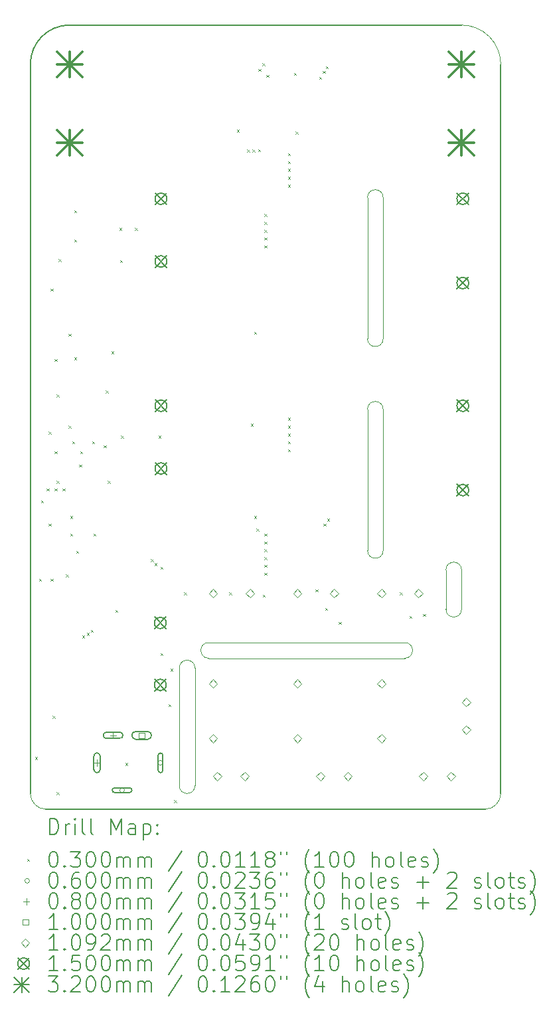
<source format=gbr>
%TF.GenerationSoftware,KiCad,Pcbnew,(6.0.11-0)*%
%TF.CreationDate,2025-05-14T22:18:46-06:00*%
%TF.ProjectId,AnalogPCB,416e616c-6f67-4504-9342-2e6b69636164,rev?*%
%TF.SameCoordinates,Original*%
%TF.FileFunction,Drillmap*%
%TF.FilePolarity,Positive*%
%FSLAX45Y45*%
G04 Gerber Fmt 4.5, Leading zero omitted, Abs format (unit mm)*
G04 Created by KiCad (PCBNEW (6.0.11-0)) date 2025-05-14 22:18:46*
%MOMM*%
%LPD*%
G01*
G04 APERTURE LIST*
%ADD10C,0.100000*%
%ADD11C,0.200000*%
%ADD12C,0.030000*%
%ADD13C,0.060000*%
%ADD14C,0.080000*%
%ADD15C,0.109220*%
%ADD16C,0.150000*%
%ADD17C,0.320000*%
G04 APERTURE END LIST*
D10*
X9300000Y-9000000D02*
G75*
G03*
X9500000Y-9000000I100000J0D01*
G01*
X9500000Y-9900000D02*
X9500000Y-11700000D01*
X11000000Y-5500000D02*
G75*
G03*
X10500000Y-5000000I-500000J0D01*
G01*
X6900000Y-14700000D02*
X6900000Y-13200000D01*
X10800000Y-15000000D02*
G75*
G03*
X11000000Y-14800000I0J200000D01*
G01*
D11*
X10500000Y-5000000D02*
X5500000Y-5000000D01*
D10*
X7100000Y-13200000D02*
X7100000Y-14700000D01*
X9775000Y-13075000D02*
X7275000Y-13075000D01*
X9500000Y-7200000D02*
X9500000Y-9000000D01*
D11*
X5500000Y-5000000D02*
G75*
G03*
X5000000Y-5500000I0J-500000D01*
G01*
D10*
X9300000Y-11700000D02*
G75*
G03*
X9500000Y-11700000I100000J0D01*
G01*
X9775000Y-13075000D02*
G75*
G03*
X9775000Y-12875000I0J100000D01*
G01*
X9500000Y-9900000D02*
G75*
G03*
X9300000Y-9900000I-100000J0D01*
G01*
X9500000Y-7200000D02*
G75*
G03*
X9300000Y-7200000I-100000J0D01*
G01*
D11*
X5200000Y-15000000D02*
X10800000Y-15000000D01*
D10*
X10500000Y-11950000D02*
G75*
G03*
X10300000Y-11950000I-100000J0D01*
G01*
X7275000Y-12875000D02*
G75*
G03*
X7275000Y-13075000I0J-100000D01*
G01*
X10500000Y-11950000D02*
X10500000Y-12450000D01*
X7100000Y-13200000D02*
G75*
G03*
X6900000Y-13200000I-100000J0D01*
G01*
X5000000Y-14800000D02*
G75*
G03*
X5200000Y-15000000I200000J0D01*
G01*
D11*
X11000000Y-14800000D02*
X11000000Y-5500000D01*
D10*
X7275000Y-12875000D02*
X9775000Y-12875000D01*
X10300000Y-12450000D02*
G75*
G03*
X10500000Y-12450000I100000J0D01*
G01*
D11*
X5000000Y-5500000D02*
X5000000Y-14800000D01*
D10*
X10300000Y-11950000D02*
X10300000Y-12450000D01*
X9300000Y-9000000D02*
X9300000Y-7200000D01*
X6900000Y-14700000D02*
G75*
G03*
X7100000Y-14700000I100000J0D01*
G01*
X9300000Y-11700000D02*
X9300000Y-9900000D01*
D11*
D12*
X5060000Y-14335000D02*
X5090000Y-14365000D01*
X5090000Y-14335000D02*
X5060000Y-14365000D01*
X5110000Y-12060000D02*
X5140000Y-12090000D01*
X5140000Y-12060000D02*
X5110000Y-12090000D01*
X5135000Y-11060000D02*
X5165000Y-11090000D01*
X5165000Y-11060000D02*
X5135000Y-11090000D01*
X5210000Y-10910000D02*
X5240000Y-10940000D01*
X5240000Y-10910000D02*
X5210000Y-10940000D01*
X5235000Y-10185000D02*
X5265000Y-10215000D01*
X5265000Y-10185000D02*
X5235000Y-10215000D01*
X5235000Y-11360000D02*
X5265000Y-11390000D01*
X5265000Y-11360000D02*
X5235000Y-11390000D01*
X5260000Y-8360000D02*
X5290000Y-8390000D01*
X5290000Y-8360000D02*
X5260000Y-8390000D01*
X5260000Y-12060000D02*
X5290000Y-12090000D01*
X5290000Y-12060000D02*
X5260000Y-12090000D01*
X5285000Y-13810000D02*
X5315000Y-13840000D01*
X5315000Y-13810000D02*
X5285000Y-13840000D01*
X5310000Y-9260000D02*
X5340000Y-9290000D01*
X5340000Y-9260000D02*
X5310000Y-9290000D01*
X5310000Y-10435000D02*
X5340000Y-10465000D01*
X5340000Y-10435000D02*
X5310000Y-10465000D01*
X5310000Y-10910000D02*
X5340000Y-10940000D01*
X5340000Y-10910000D02*
X5310000Y-10940000D01*
X5335000Y-9710000D02*
X5365000Y-9740000D01*
X5365000Y-9710000D02*
X5335000Y-9740000D01*
X5335000Y-10810000D02*
X5365000Y-10840000D01*
X5365000Y-10810000D02*
X5335000Y-10840000D01*
X5335000Y-14785000D02*
X5365000Y-14815000D01*
X5365000Y-14785000D02*
X5335000Y-14815000D01*
X5360000Y-7985000D02*
X5390000Y-8015000D01*
X5390000Y-7985000D02*
X5360000Y-8015000D01*
X5410000Y-10910000D02*
X5440000Y-10940000D01*
X5440000Y-10910000D02*
X5410000Y-10940000D01*
X5455000Y-12005000D02*
X5485000Y-12035000D01*
X5485000Y-12005000D02*
X5455000Y-12035000D01*
X5485000Y-8935000D02*
X5515000Y-8965000D01*
X5515000Y-8935000D02*
X5485000Y-8965000D01*
X5485000Y-10110000D02*
X5515000Y-10140000D01*
X5515000Y-10110000D02*
X5485000Y-10140000D01*
X5510000Y-11260000D02*
X5540000Y-11290000D01*
X5540000Y-11260000D02*
X5510000Y-11290000D01*
X5510000Y-11485000D02*
X5540000Y-11515000D01*
X5540000Y-11485000D02*
X5510000Y-11515000D01*
X5535000Y-10310000D02*
X5565000Y-10340000D01*
X5565000Y-10310000D02*
X5535000Y-10340000D01*
X5560000Y-7360000D02*
X5590000Y-7390000D01*
X5590000Y-7360000D02*
X5560000Y-7390000D01*
X5560000Y-7735000D02*
X5590000Y-7765000D01*
X5590000Y-7735000D02*
X5560000Y-7765000D01*
X5560000Y-9235000D02*
X5590000Y-9265000D01*
X5590000Y-9235000D02*
X5560000Y-9265000D01*
X5585000Y-11705000D02*
X5615000Y-11735000D01*
X5615000Y-11705000D02*
X5585000Y-11735000D01*
X5625000Y-10605000D02*
X5655000Y-10635000D01*
X5655000Y-10605000D02*
X5625000Y-10635000D01*
X5635000Y-10435000D02*
X5665000Y-10465000D01*
X5665000Y-10435000D02*
X5635000Y-10465000D01*
X5660000Y-12785000D02*
X5690000Y-12815000D01*
X5690000Y-12785000D02*
X5660000Y-12815000D01*
X5719191Y-12752658D02*
X5749191Y-12782658D01*
X5749191Y-12752658D02*
X5719191Y-12782658D01*
X5769654Y-12711768D02*
X5799654Y-12741768D01*
X5799654Y-12711768D02*
X5769654Y-12741768D01*
X5787950Y-10309603D02*
X5817950Y-10339603D01*
X5817950Y-10309603D02*
X5787950Y-10339603D01*
X5805000Y-11485000D02*
X5835000Y-11515000D01*
X5835000Y-11485000D02*
X5805000Y-11515000D01*
X5935000Y-10360000D02*
X5965000Y-10390000D01*
X5965000Y-10360000D02*
X5935000Y-10390000D01*
X5960000Y-9660000D02*
X5990000Y-9690000D01*
X5990000Y-9660000D02*
X5960000Y-9690000D01*
X5985000Y-10810000D02*
X6015000Y-10840000D01*
X6015000Y-10810000D02*
X5985000Y-10840000D01*
X6035000Y-9160000D02*
X6065000Y-9190000D01*
X6065000Y-9160000D02*
X6035000Y-9190000D01*
X6085000Y-12460000D02*
X6115000Y-12490000D01*
X6115000Y-12460000D02*
X6085000Y-12490000D01*
X6135000Y-7585000D02*
X6165000Y-7615000D01*
X6165000Y-7585000D02*
X6135000Y-7615000D01*
X6145000Y-7995500D02*
X6175000Y-8025500D01*
X6175000Y-7995500D02*
X6145000Y-8025500D01*
X6155000Y-10235000D02*
X6185000Y-10265000D01*
X6185000Y-10235000D02*
X6155000Y-10265000D01*
X6210000Y-14410000D02*
X6240000Y-14440000D01*
X6240000Y-14410000D02*
X6210000Y-14440000D01*
X6335000Y-7585000D02*
X6365000Y-7615000D01*
X6365000Y-7585000D02*
X6335000Y-7615000D01*
X6535000Y-11810000D02*
X6565000Y-11840000D01*
X6565000Y-11810000D02*
X6535000Y-11840000D01*
X6585000Y-11860000D02*
X6615000Y-11890000D01*
X6615000Y-11860000D02*
X6585000Y-11890000D01*
X6635000Y-10235000D02*
X6665000Y-10265000D01*
X6665000Y-10235000D02*
X6635000Y-10265000D01*
X6660000Y-11910000D02*
X6690000Y-11940000D01*
X6690000Y-11910000D02*
X6660000Y-11940000D01*
X6660000Y-13010000D02*
X6690000Y-13040000D01*
X6690000Y-13010000D02*
X6660000Y-13040000D01*
X6760000Y-13660000D02*
X6790000Y-13690000D01*
X6790000Y-13660000D02*
X6760000Y-13690000D01*
X6785000Y-13210000D02*
X6815000Y-13240000D01*
X6815000Y-13210000D02*
X6785000Y-13240000D01*
X6835000Y-14885000D02*
X6865000Y-14915000D01*
X6865000Y-14885000D02*
X6835000Y-14915000D01*
X6960000Y-12235000D02*
X6990000Y-12265000D01*
X6990000Y-12235000D02*
X6960000Y-12265000D01*
X7535000Y-12235000D02*
X7565000Y-12265000D01*
X7565000Y-12235000D02*
X7535000Y-12265000D01*
X7635000Y-6335000D02*
X7665000Y-6365000D01*
X7665000Y-6335000D02*
X7635000Y-6365000D01*
X7762704Y-6584970D02*
X7792704Y-6614970D01*
X7792704Y-6584970D02*
X7762704Y-6614970D01*
X7810000Y-10085000D02*
X7840000Y-10115000D01*
X7840000Y-10085000D02*
X7810000Y-10115000D01*
X7832654Y-6585093D02*
X7862654Y-6615093D01*
X7862654Y-6585093D02*
X7832654Y-6615093D01*
X7854050Y-8910000D02*
X7884050Y-8940000D01*
X7884050Y-8910000D02*
X7854050Y-8940000D01*
X7854050Y-11260000D02*
X7884050Y-11290000D01*
X7884050Y-11260000D02*
X7854050Y-11290000D01*
X7885000Y-11420950D02*
X7915000Y-11450950D01*
X7915000Y-11420950D02*
X7885000Y-11450950D01*
X7902550Y-6582331D02*
X7932550Y-6612331D01*
X7932550Y-6582331D02*
X7902550Y-6612331D01*
X7910000Y-5560000D02*
X7940000Y-5590000D01*
X7940000Y-5560000D02*
X7910000Y-5590000D01*
X7960000Y-5487950D02*
X7990000Y-5517950D01*
X7990000Y-5487950D02*
X7960000Y-5517950D01*
X7965000Y-12265000D02*
X7995000Y-12295000D01*
X7995000Y-12265000D02*
X7965000Y-12295000D01*
X7985000Y-7410000D02*
X8015000Y-7440000D01*
X8015000Y-7410000D02*
X7985000Y-7440000D01*
X7985000Y-7510000D02*
X8015000Y-7540000D01*
X8015000Y-7510000D02*
X7985000Y-7540000D01*
X7985000Y-7610000D02*
X8015000Y-7640000D01*
X8015000Y-7610000D02*
X7985000Y-7640000D01*
X7985000Y-7710000D02*
X8015000Y-7740000D01*
X8015000Y-7710000D02*
X7985000Y-7740000D01*
X7985000Y-7810000D02*
X8015000Y-7840000D01*
X8015000Y-7810000D02*
X7985000Y-7840000D01*
X7985000Y-11485000D02*
X8015000Y-11515000D01*
X8015000Y-11485000D02*
X7985000Y-11515000D01*
X7985000Y-11585000D02*
X8015000Y-11615000D01*
X8015000Y-11585000D02*
X7985000Y-11615000D01*
X7985000Y-11685000D02*
X8015000Y-11715000D01*
X8015000Y-11685000D02*
X7985000Y-11715000D01*
X7985000Y-11785000D02*
X8015000Y-11815000D01*
X8015000Y-11785000D02*
X7985000Y-11815000D01*
X7985000Y-11885000D02*
X8015000Y-11915000D01*
X8015000Y-11885000D02*
X7985000Y-11915000D01*
X7985000Y-11985000D02*
X8015000Y-12015000D01*
X8015000Y-11985000D02*
X7985000Y-12015000D01*
X8010000Y-5635000D02*
X8040000Y-5665000D01*
X8040000Y-5635000D02*
X8010000Y-5665000D01*
X8285000Y-6635000D02*
X8315000Y-6665000D01*
X8315000Y-6635000D02*
X8285000Y-6665000D01*
X8285000Y-6735000D02*
X8315000Y-6765000D01*
X8315000Y-6735000D02*
X8285000Y-6765000D01*
X8285000Y-6835000D02*
X8315000Y-6865000D01*
X8315000Y-6835000D02*
X8285000Y-6865000D01*
X8285000Y-6935000D02*
X8315000Y-6965000D01*
X8315000Y-6935000D02*
X8285000Y-6965000D01*
X8285000Y-7035000D02*
X8315000Y-7065000D01*
X8315000Y-7035000D02*
X8285000Y-7065000D01*
X8285000Y-10010000D02*
X8315000Y-10040000D01*
X8315000Y-10010000D02*
X8285000Y-10040000D01*
X8285000Y-10110000D02*
X8315000Y-10140000D01*
X8315000Y-10110000D02*
X8285000Y-10140000D01*
X8285000Y-10210000D02*
X8315000Y-10240000D01*
X8315000Y-10210000D02*
X8285000Y-10240000D01*
X8285000Y-10310000D02*
X8315000Y-10340000D01*
X8315000Y-10310000D02*
X8285000Y-10340000D01*
X8285000Y-10410000D02*
X8315000Y-10440000D01*
X8315000Y-10410000D02*
X8285000Y-10440000D01*
X8360000Y-5610000D02*
X8390000Y-5640000D01*
X8390000Y-5610000D02*
X8360000Y-5640000D01*
X8385000Y-6360000D02*
X8415000Y-6390000D01*
X8415000Y-6360000D02*
X8385000Y-6390000D01*
X8635000Y-12195000D02*
X8665000Y-12225000D01*
X8665000Y-12195000D02*
X8635000Y-12225000D01*
X8685000Y-5660000D02*
X8715000Y-5690000D01*
X8715000Y-5660000D02*
X8685000Y-5690000D01*
X8732050Y-5583238D02*
X8762050Y-5613238D01*
X8762050Y-5583238D02*
X8732050Y-5613238D01*
X8737950Y-11360000D02*
X8767950Y-11390000D01*
X8767950Y-11360000D02*
X8737950Y-11390000D01*
X8760000Y-12435000D02*
X8790000Y-12465000D01*
X8790000Y-12435000D02*
X8760000Y-12465000D01*
X8767119Y-5522714D02*
X8797119Y-5552714D01*
X8797119Y-5522714D02*
X8767119Y-5552714D01*
X8785450Y-11295000D02*
X8815450Y-11325000D01*
X8815450Y-11295000D02*
X8785450Y-11325000D01*
X8935000Y-12610000D02*
X8965000Y-12640000D01*
X8965000Y-12610000D02*
X8935000Y-12640000D01*
X9710000Y-12235000D02*
X9740000Y-12265000D01*
X9740000Y-12235000D02*
X9710000Y-12265000D01*
X9835000Y-12535000D02*
X9865000Y-12565000D01*
X9865000Y-12535000D02*
X9835000Y-12565000D01*
X10010000Y-12510000D02*
X10040000Y-12540000D01*
X10040000Y-12510000D02*
X10010000Y-12540000D01*
D13*
X6200000Y-14758750D02*
G75*
G03*
X6200000Y-14758750I-30000J0D01*
G01*
D11*
X6265000Y-14728750D02*
X6075000Y-14728750D01*
X6265000Y-14788750D02*
X6075000Y-14788750D01*
X6075000Y-14728750D02*
G75*
G03*
X6075000Y-14788750I0J-30000D01*
G01*
X6265000Y-14788750D02*
G75*
G03*
X6265000Y-14728750I0J30000D01*
G01*
D13*
X6690000Y-14408750D02*
G75*
G03*
X6690000Y-14408750I-30000J0D01*
G01*
D11*
X6630000Y-14313750D02*
X6630000Y-14503750D01*
X6690000Y-14313750D02*
X6690000Y-14503750D01*
X6630000Y-14503750D02*
G75*
G03*
X6690000Y-14503750I30000J0D01*
G01*
X6690000Y-14313750D02*
G75*
G03*
X6630000Y-14313750I-30000J0D01*
G01*
D14*
X5850000Y-14368750D02*
X5850000Y-14448750D01*
X5810000Y-14408750D02*
X5890000Y-14408750D01*
D11*
X5810000Y-14323750D02*
X5810000Y-14493750D01*
X5890000Y-14323750D02*
X5890000Y-14493750D01*
X5810000Y-14493750D02*
G75*
G03*
X5890000Y-14493750I40000J0D01*
G01*
X5890000Y-14323750D02*
G75*
G03*
X5810000Y-14323750I-40000J0D01*
G01*
D14*
X6055000Y-14018750D02*
X6055000Y-14098750D01*
X6015000Y-14058750D02*
X6095000Y-14058750D01*
D11*
X6140000Y-14018750D02*
X5970000Y-14018750D01*
X6140000Y-14098750D02*
X5970000Y-14098750D01*
X5970000Y-14018750D02*
G75*
G03*
X5970000Y-14098750I0J-40000D01*
G01*
X6140000Y-14098750D02*
G75*
G03*
X6140000Y-14018750I0J40000D01*
G01*
D10*
X6455356Y-14094106D02*
X6455356Y-14023394D01*
X6384644Y-14023394D01*
X6384644Y-14094106D01*
X6455356Y-14094106D01*
D11*
X6495000Y-14008750D02*
X6345000Y-14008750D01*
X6495000Y-14108750D02*
X6345000Y-14108750D01*
X6345000Y-14008750D02*
G75*
G03*
X6345000Y-14108750I0J-50000D01*
G01*
X6495000Y-14108750D02*
G75*
G03*
X6495000Y-14008750I0J50000D01*
G01*
D15*
X7330975Y-12302105D02*
X7385585Y-12247495D01*
X7330975Y-12192885D01*
X7276365Y-12247495D01*
X7330975Y-12302105D01*
X7330975Y-13452105D02*
X7385585Y-13397495D01*
X7330975Y-13342885D01*
X7276365Y-13397495D01*
X7330975Y-13452105D01*
X7330975Y-14152105D02*
X7385585Y-14097495D01*
X7330975Y-14042885D01*
X7276365Y-14097495D01*
X7330975Y-14152105D01*
X7384250Y-14634610D02*
X7438860Y-14580000D01*
X7384250Y-14525390D01*
X7329640Y-14580000D01*
X7384250Y-14634610D01*
X7734770Y-14634610D02*
X7789380Y-14580000D01*
X7734770Y-14525390D01*
X7680160Y-14580000D01*
X7734770Y-14634610D01*
X7800975Y-12302105D02*
X7855585Y-12247495D01*
X7800975Y-12192885D01*
X7746365Y-12247495D01*
X7800975Y-12302105D01*
X8405975Y-12302105D02*
X8460585Y-12247495D01*
X8405975Y-12192885D01*
X8351365Y-12247495D01*
X8405975Y-12302105D01*
X8405975Y-13452105D02*
X8460585Y-13397495D01*
X8405975Y-13342885D01*
X8351365Y-13397495D01*
X8405975Y-13452105D01*
X8405975Y-14152105D02*
X8460585Y-14097495D01*
X8405975Y-14042885D01*
X8351365Y-14097495D01*
X8405975Y-14152105D01*
X8699250Y-14634610D02*
X8753860Y-14580000D01*
X8699250Y-14525390D01*
X8644640Y-14580000D01*
X8699250Y-14634610D01*
X8875975Y-12302105D02*
X8930585Y-12247495D01*
X8875975Y-12192885D01*
X8821365Y-12247495D01*
X8875975Y-12302105D01*
X9049770Y-14634610D02*
X9104380Y-14580000D01*
X9049770Y-14525390D01*
X8995160Y-14580000D01*
X9049770Y-14634610D01*
X9480975Y-12302105D02*
X9535585Y-12247495D01*
X9480975Y-12192885D01*
X9426365Y-12247495D01*
X9480975Y-12302105D01*
X9480975Y-13452105D02*
X9535585Y-13397495D01*
X9480975Y-13342885D01*
X9426365Y-13397495D01*
X9480975Y-13452105D01*
X9480975Y-14152105D02*
X9535585Y-14097495D01*
X9480975Y-14042885D01*
X9426365Y-14097495D01*
X9480975Y-14152105D01*
X9950975Y-12302105D02*
X10005585Y-12247495D01*
X9950975Y-12192885D01*
X9896365Y-12247495D01*
X9950975Y-12302105D01*
X10014250Y-14635560D02*
X10068860Y-14580950D01*
X10014250Y-14526340D01*
X9959640Y-14580950D01*
X10014250Y-14635560D01*
X10364770Y-14635560D02*
X10419380Y-14580950D01*
X10364770Y-14526340D01*
X10310160Y-14580950D01*
X10364770Y-14635560D01*
X10560950Y-13689840D02*
X10615560Y-13635230D01*
X10560950Y-13580620D01*
X10506340Y-13635230D01*
X10560950Y-13689840D01*
X10560950Y-14040360D02*
X10615560Y-13985750D01*
X10560950Y-13931140D01*
X10506340Y-13985750D01*
X10560950Y-14040360D01*
D16*
X6582500Y-12550000D02*
X6732500Y-12700000D01*
X6732500Y-12550000D02*
X6582500Y-12700000D01*
X6732500Y-12625000D02*
G75*
G03*
X6732500Y-12625000I-75000J0D01*
G01*
X6582500Y-13340000D02*
X6732500Y-13490000D01*
X6732500Y-13340000D02*
X6582500Y-13490000D01*
X6732500Y-13415000D02*
G75*
G03*
X6732500Y-13415000I-75000J0D01*
G01*
X6590750Y-7140000D02*
X6740750Y-7290000D01*
X6740750Y-7140000D02*
X6590750Y-7290000D01*
X6740750Y-7215000D02*
G75*
G03*
X6740750Y-7215000I-75000J0D01*
G01*
X6590750Y-7940000D02*
X6740750Y-8090000D01*
X6740750Y-7940000D02*
X6590750Y-8090000D01*
X6740750Y-8015000D02*
G75*
G03*
X6740750Y-8015000I-75000J0D01*
G01*
X6590750Y-9780000D02*
X6740750Y-9930000D01*
X6740750Y-9780000D02*
X6590750Y-9930000D01*
X6740750Y-9855000D02*
G75*
G03*
X6740750Y-9855000I-75000J0D01*
G01*
X6590750Y-10580000D02*
X6740750Y-10730000D01*
X6740750Y-10580000D02*
X6590750Y-10730000D01*
X6740750Y-10655000D02*
G75*
G03*
X6740750Y-10655000I-75000J0D01*
G01*
X10440750Y-7140000D02*
X10590750Y-7290000D01*
X10590750Y-7140000D02*
X10440750Y-7290000D01*
X10590750Y-7215000D02*
G75*
G03*
X10590750Y-7215000I-75000J0D01*
G01*
X10440750Y-8215000D02*
X10590750Y-8365000D01*
X10590750Y-8215000D02*
X10440750Y-8365000D01*
X10590750Y-8290000D02*
G75*
G03*
X10590750Y-8290000I-75000J0D01*
G01*
X10440750Y-9780000D02*
X10590750Y-9930000D01*
X10590750Y-9780000D02*
X10440750Y-9930000D01*
X10590750Y-9855000D02*
G75*
G03*
X10590750Y-9855000I-75000J0D01*
G01*
X10440750Y-10855000D02*
X10590750Y-11005000D01*
X10590750Y-10855000D02*
X10440750Y-11005000D01*
X10590750Y-10930000D02*
G75*
G03*
X10590750Y-10930000I-75000J0D01*
G01*
D17*
X5340000Y-5340000D02*
X5660000Y-5660000D01*
X5660000Y-5340000D02*
X5340000Y-5660000D01*
X5500000Y-5340000D02*
X5500000Y-5660000D01*
X5340000Y-5500000D02*
X5660000Y-5500000D01*
X5340000Y-6340000D02*
X5660000Y-6660000D01*
X5660000Y-6340000D02*
X5340000Y-6660000D01*
X5500000Y-6340000D02*
X5500000Y-6660000D01*
X5340000Y-6500000D02*
X5660000Y-6500000D01*
X10340000Y-5340000D02*
X10660000Y-5660000D01*
X10660000Y-5340000D02*
X10340000Y-5660000D01*
X10500000Y-5340000D02*
X10500000Y-5660000D01*
X10340000Y-5500000D02*
X10660000Y-5500000D01*
X10340000Y-6340000D02*
X10660000Y-6660000D01*
X10660000Y-6340000D02*
X10340000Y-6660000D01*
X10500000Y-6340000D02*
X10500000Y-6660000D01*
X10340000Y-6500000D02*
X10660000Y-6500000D01*
D11*
X5247619Y-15320476D02*
X5247619Y-15120476D01*
X5295238Y-15120476D01*
X5323810Y-15130000D01*
X5342857Y-15149048D01*
X5352381Y-15168095D01*
X5361905Y-15206190D01*
X5361905Y-15234762D01*
X5352381Y-15272857D01*
X5342857Y-15291905D01*
X5323810Y-15310952D01*
X5295238Y-15320476D01*
X5247619Y-15320476D01*
X5447619Y-15320476D02*
X5447619Y-15187143D01*
X5447619Y-15225238D02*
X5457143Y-15206190D01*
X5466667Y-15196667D01*
X5485714Y-15187143D01*
X5504762Y-15187143D01*
X5571429Y-15320476D02*
X5571429Y-15187143D01*
X5571429Y-15120476D02*
X5561905Y-15130000D01*
X5571429Y-15139524D01*
X5580952Y-15130000D01*
X5571429Y-15120476D01*
X5571429Y-15139524D01*
X5695238Y-15320476D02*
X5676190Y-15310952D01*
X5666667Y-15291905D01*
X5666667Y-15120476D01*
X5800000Y-15320476D02*
X5780952Y-15310952D01*
X5771428Y-15291905D01*
X5771428Y-15120476D01*
X6028571Y-15320476D02*
X6028571Y-15120476D01*
X6095238Y-15263333D01*
X6161905Y-15120476D01*
X6161905Y-15320476D01*
X6342857Y-15320476D02*
X6342857Y-15215714D01*
X6333333Y-15196667D01*
X6314286Y-15187143D01*
X6276190Y-15187143D01*
X6257143Y-15196667D01*
X6342857Y-15310952D02*
X6323809Y-15320476D01*
X6276190Y-15320476D01*
X6257143Y-15310952D01*
X6247619Y-15291905D01*
X6247619Y-15272857D01*
X6257143Y-15253809D01*
X6276190Y-15244286D01*
X6323809Y-15244286D01*
X6342857Y-15234762D01*
X6438095Y-15187143D02*
X6438095Y-15387143D01*
X6438095Y-15196667D02*
X6457143Y-15187143D01*
X6495238Y-15187143D01*
X6514286Y-15196667D01*
X6523809Y-15206190D01*
X6533333Y-15225238D01*
X6533333Y-15282381D01*
X6523809Y-15301428D01*
X6514286Y-15310952D01*
X6495238Y-15320476D01*
X6457143Y-15320476D01*
X6438095Y-15310952D01*
X6619048Y-15301428D02*
X6628571Y-15310952D01*
X6619048Y-15320476D01*
X6609524Y-15310952D01*
X6619048Y-15301428D01*
X6619048Y-15320476D01*
X6619048Y-15196667D02*
X6628571Y-15206190D01*
X6619048Y-15215714D01*
X6609524Y-15206190D01*
X6619048Y-15196667D01*
X6619048Y-15215714D01*
D12*
X4960000Y-15635000D02*
X4990000Y-15665000D01*
X4990000Y-15635000D02*
X4960000Y-15665000D01*
D11*
X5285714Y-15540476D02*
X5304762Y-15540476D01*
X5323810Y-15550000D01*
X5333333Y-15559524D01*
X5342857Y-15578571D01*
X5352381Y-15616667D01*
X5352381Y-15664286D01*
X5342857Y-15702381D01*
X5333333Y-15721428D01*
X5323810Y-15730952D01*
X5304762Y-15740476D01*
X5285714Y-15740476D01*
X5266667Y-15730952D01*
X5257143Y-15721428D01*
X5247619Y-15702381D01*
X5238095Y-15664286D01*
X5238095Y-15616667D01*
X5247619Y-15578571D01*
X5257143Y-15559524D01*
X5266667Y-15550000D01*
X5285714Y-15540476D01*
X5438095Y-15721428D02*
X5447619Y-15730952D01*
X5438095Y-15740476D01*
X5428571Y-15730952D01*
X5438095Y-15721428D01*
X5438095Y-15740476D01*
X5514286Y-15540476D02*
X5638095Y-15540476D01*
X5571429Y-15616667D01*
X5600000Y-15616667D01*
X5619048Y-15626190D01*
X5628571Y-15635714D01*
X5638095Y-15654762D01*
X5638095Y-15702381D01*
X5628571Y-15721428D01*
X5619048Y-15730952D01*
X5600000Y-15740476D01*
X5542857Y-15740476D01*
X5523810Y-15730952D01*
X5514286Y-15721428D01*
X5761905Y-15540476D02*
X5780952Y-15540476D01*
X5800000Y-15550000D01*
X5809524Y-15559524D01*
X5819048Y-15578571D01*
X5828571Y-15616667D01*
X5828571Y-15664286D01*
X5819048Y-15702381D01*
X5809524Y-15721428D01*
X5800000Y-15730952D01*
X5780952Y-15740476D01*
X5761905Y-15740476D01*
X5742857Y-15730952D01*
X5733333Y-15721428D01*
X5723809Y-15702381D01*
X5714286Y-15664286D01*
X5714286Y-15616667D01*
X5723809Y-15578571D01*
X5733333Y-15559524D01*
X5742857Y-15550000D01*
X5761905Y-15540476D01*
X5952381Y-15540476D02*
X5971428Y-15540476D01*
X5990476Y-15550000D01*
X6000000Y-15559524D01*
X6009524Y-15578571D01*
X6019048Y-15616667D01*
X6019048Y-15664286D01*
X6009524Y-15702381D01*
X6000000Y-15721428D01*
X5990476Y-15730952D01*
X5971428Y-15740476D01*
X5952381Y-15740476D01*
X5933333Y-15730952D01*
X5923809Y-15721428D01*
X5914286Y-15702381D01*
X5904762Y-15664286D01*
X5904762Y-15616667D01*
X5914286Y-15578571D01*
X5923809Y-15559524D01*
X5933333Y-15550000D01*
X5952381Y-15540476D01*
X6104762Y-15740476D02*
X6104762Y-15607143D01*
X6104762Y-15626190D02*
X6114286Y-15616667D01*
X6133333Y-15607143D01*
X6161905Y-15607143D01*
X6180952Y-15616667D01*
X6190476Y-15635714D01*
X6190476Y-15740476D01*
X6190476Y-15635714D02*
X6200000Y-15616667D01*
X6219048Y-15607143D01*
X6247619Y-15607143D01*
X6266667Y-15616667D01*
X6276190Y-15635714D01*
X6276190Y-15740476D01*
X6371428Y-15740476D02*
X6371428Y-15607143D01*
X6371428Y-15626190D02*
X6380952Y-15616667D01*
X6400000Y-15607143D01*
X6428571Y-15607143D01*
X6447619Y-15616667D01*
X6457143Y-15635714D01*
X6457143Y-15740476D01*
X6457143Y-15635714D02*
X6466667Y-15616667D01*
X6485714Y-15607143D01*
X6514286Y-15607143D01*
X6533333Y-15616667D01*
X6542857Y-15635714D01*
X6542857Y-15740476D01*
X6933333Y-15530952D02*
X6761905Y-15788095D01*
X7190476Y-15540476D02*
X7209524Y-15540476D01*
X7228571Y-15550000D01*
X7238095Y-15559524D01*
X7247619Y-15578571D01*
X7257143Y-15616667D01*
X7257143Y-15664286D01*
X7247619Y-15702381D01*
X7238095Y-15721428D01*
X7228571Y-15730952D01*
X7209524Y-15740476D01*
X7190476Y-15740476D01*
X7171428Y-15730952D01*
X7161905Y-15721428D01*
X7152381Y-15702381D01*
X7142857Y-15664286D01*
X7142857Y-15616667D01*
X7152381Y-15578571D01*
X7161905Y-15559524D01*
X7171428Y-15550000D01*
X7190476Y-15540476D01*
X7342857Y-15721428D02*
X7352381Y-15730952D01*
X7342857Y-15740476D01*
X7333333Y-15730952D01*
X7342857Y-15721428D01*
X7342857Y-15740476D01*
X7476190Y-15540476D02*
X7495238Y-15540476D01*
X7514286Y-15550000D01*
X7523809Y-15559524D01*
X7533333Y-15578571D01*
X7542857Y-15616667D01*
X7542857Y-15664286D01*
X7533333Y-15702381D01*
X7523809Y-15721428D01*
X7514286Y-15730952D01*
X7495238Y-15740476D01*
X7476190Y-15740476D01*
X7457143Y-15730952D01*
X7447619Y-15721428D01*
X7438095Y-15702381D01*
X7428571Y-15664286D01*
X7428571Y-15616667D01*
X7438095Y-15578571D01*
X7447619Y-15559524D01*
X7457143Y-15550000D01*
X7476190Y-15540476D01*
X7733333Y-15740476D02*
X7619048Y-15740476D01*
X7676190Y-15740476D02*
X7676190Y-15540476D01*
X7657143Y-15569048D01*
X7638095Y-15588095D01*
X7619048Y-15597619D01*
X7923809Y-15740476D02*
X7809524Y-15740476D01*
X7866667Y-15740476D02*
X7866667Y-15540476D01*
X7847619Y-15569048D01*
X7828571Y-15588095D01*
X7809524Y-15597619D01*
X8038095Y-15626190D02*
X8019048Y-15616667D01*
X8009524Y-15607143D01*
X8000000Y-15588095D01*
X8000000Y-15578571D01*
X8009524Y-15559524D01*
X8019048Y-15550000D01*
X8038095Y-15540476D01*
X8076190Y-15540476D01*
X8095238Y-15550000D01*
X8104762Y-15559524D01*
X8114286Y-15578571D01*
X8114286Y-15588095D01*
X8104762Y-15607143D01*
X8095238Y-15616667D01*
X8076190Y-15626190D01*
X8038095Y-15626190D01*
X8019048Y-15635714D01*
X8009524Y-15645238D01*
X8000000Y-15664286D01*
X8000000Y-15702381D01*
X8009524Y-15721428D01*
X8019048Y-15730952D01*
X8038095Y-15740476D01*
X8076190Y-15740476D01*
X8095238Y-15730952D01*
X8104762Y-15721428D01*
X8114286Y-15702381D01*
X8114286Y-15664286D01*
X8104762Y-15645238D01*
X8095238Y-15635714D01*
X8076190Y-15626190D01*
X8190476Y-15540476D02*
X8190476Y-15578571D01*
X8266667Y-15540476D02*
X8266667Y-15578571D01*
X8561905Y-15816667D02*
X8552381Y-15807143D01*
X8533333Y-15778571D01*
X8523810Y-15759524D01*
X8514286Y-15730952D01*
X8504762Y-15683333D01*
X8504762Y-15645238D01*
X8514286Y-15597619D01*
X8523810Y-15569048D01*
X8533333Y-15550000D01*
X8552381Y-15521428D01*
X8561905Y-15511905D01*
X8742857Y-15740476D02*
X8628571Y-15740476D01*
X8685714Y-15740476D02*
X8685714Y-15540476D01*
X8666667Y-15569048D01*
X8647619Y-15588095D01*
X8628571Y-15597619D01*
X8866667Y-15540476D02*
X8885714Y-15540476D01*
X8904762Y-15550000D01*
X8914286Y-15559524D01*
X8923810Y-15578571D01*
X8933333Y-15616667D01*
X8933333Y-15664286D01*
X8923810Y-15702381D01*
X8914286Y-15721428D01*
X8904762Y-15730952D01*
X8885714Y-15740476D01*
X8866667Y-15740476D01*
X8847619Y-15730952D01*
X8838095Y-15721428D01*
X8828571Y-15702381D01*
X8819048Y-15664286D01*
X8819048Y-15616667D01*
X8828571Y-15578571D01*
X8838095Y-15559524D01*
X8847619Y-15550000D01*
X8866667Y-15540476D01*
X9057143Y-15540476D02*
X9076190Y-15540476D01*
X9095238Y-15550000D01*
X9104762Y-15559524D01*
X9114286Y-15578571D01*
X9123810Y-15616667D01*
X9123810Y-15664286D01*
X9114286Y-15702381D01*
X9104762Y-15721428D01*
X9095238Y-15730952D01*
X9076190Y-15740476D01*
X9057143Y-15740476D01*
X9038095Y-15730952D01*
X9028571Y-15721428D01*
X9019048Y-15702381D01*
X9009524Y-15664286D01*
X9009524Y-15616667D01*
X9019048Y-15578571D01*
X9028571Y-15559524D01*
X9038095Y-15550000D01*
X9057143Y-15540476D01*
X9361905Y-15740476D02*
X9361905Y-15540476D01*
X9447619Y-15740476D02*
X9447619Y-15635714D01*
X9438095Y-15616667D01*
X9419048Y-15607143D01*
X9390476Y-15607143D01*
X9371429Y-15616667D01*
X9361905Y-15626190D01*
X9571429Y-15740476D02*
X9552381Y-15730952D01*
X9542857Y-15721428D01*
X9533333Y-15702381D01*
X9533333Y-15645238D01*
X9542857Y-15626190D01*
X9552381Y-15616667D01*
X9571429Y-15607143D01*
X9600000Y-15607143D01*
X9619048Y-15616667D01*
X9628571Y-15626190D01*
X9638095Y-15645238D01*
X9638095Y-15702381D01*
X9628571Y-15721428D01*
X9619048Y-15730952D01*
X9600000Y-15740476D01*
X9571429Y-15740476D01*
X9752381Y-15740476D02*
X9733333Y-15730952D01*
X9723810Y-15711905D01*
X9723810Y-15540476D01*
X9904762Y-15730952D02*
X9885714Y-15740476D01*
X9847619Y-15740476D01*
X9828571Y-15730952D01*
X9819048Y-15711905D01*
X9819048Y-15635714D01*
X9828571Y-15616667D01*
X9847619Y-15607143D01*
X9885714Y-15607143D01*
X9904762Y-15616667D01*
X9914286Y-15635714D01*
X9914286Y-15654762D01*
X9819048Y-15673809D01*
X9990476Y-15730952D02*
X10009524Y-15740476D01*
X10047619Y-15740476D01*
X10066667Y-15730952D01*
X10076190Y-15711905D01*
X10076190Y-15702381D01*
X10066667Y-15683333D01*
X10047619Y-15673809D01*
X10019048Y-15673809D01*
X10000000Y-15664286D01*
X9990476Y-15645238D01*
X9990476Y-15635714D01*
X10000000Y-15616667D01*
X10019048Y-15607143D01*
X10047619Y-15607143D01*
X10066667Y-15616667D01*
X10142857Y-15816667D02*
X10152381Y-15807143D01*
X10171429Y-15778571D01*
X10180952Y-15759524D01*
X10190476Y-15730952D01*
X10200000Y-15683333D01*
X10200000Y-15645238D01*
X10190476Y-15597619D01*
X10180952Y-15569048D01*
X10171429Y-15550000D01*
X10152381Y-15521428D01*
X10142857Y-15511905D01*
D13*
X4990000Y-15914000D02*
G75*
G03*
X4990000Y-15914000I-30000J0D01*
G01*
D11*
X5285714Y-15804476D02*
X5304762Y-15804476D01*
X5323810Y-15814000D01*
X5333333Y-15823524D01*
X5342857Y-15842571D01*
X5352381Y-15880667D01*
X5352381Y-15928286D01*
X5342857Y-15966381D01*
X5333333Y-15985428D01*
X5323810Y-15994952D01*
X5304762Y-16004476D01*
X5285714Y-16004476D01*
X5266667Y-15994952D01*
X5257143Y-15985428D01*
X5247619Y-15966381D01*
X5238095Y-15928286D01*
X5238095Y-15880667D01*
X5247619Y-15842571D01*
X5257143Y-15823524D01*
X5266667Y-15814000D01*
X5285714Y-15804476D01*
X5438095Y-15985428D02*
X5447619Y-15994952D01*
X5438095Y-16004476D01*
X5428571Y-15994952D01*
X5438095Y-15985428D01*
X5438095Y-16004476D01*
X5619048Y-15804476D02*
X5580952Y-15804476D01*
X5561905Y-15814000D01*
X5552381Y-15823524D01*
X5533333Y-15852095D01*
X5523810Y-15890190D01*
X5523810Y-15966381D01*
X5533333Y-15985428D01*
X5542857Y-15994952D01*
X5561905Y-16004476D01*
X5600000Y-16004476D01*
X5619048Y-15994952D01*
X5628571Y-15985428D01*
X5638095Y-15966381D01*
X5638095Y-15918762D01*
X5628571Y-15899714D01*
X5619048Y-15890190D01*
X5600000Y-15880667D01*
X5561905Y-15880667D01*
X5542857Y-15890190D01*
X5533333Y-15899714D01*
X5523810Y-15918762D01*
X5761905Y-15804476D02*
X5780952Y-15804476D01*
X5800000Y-15814000D01*
X5809524Y-15823524D01*
X5819048Y-15842571D01*
X5828571Y-15880667D01*
X5828571Y-15928286D01*
X5819048Y-15966381D01*
X5809524Y-15985428D01*
X5800000Y-15994952D01*
X5780952Y-16004476D01*
X5761905Y-16004476D01*
X5742857Y-15994952D01*
X5733333Y-15985428D01*
X5723809Y-15966381D01*
X5714286Y-15928286D01*
X5714286Y-15880667D01*
X5723809Y-15842571D01*
X5733333Y-15823524D01*
X5742857Y-15814000D01*
X5761905Y-15804476D01*
X5952381Y-15804476D02*
X5971428Y-15804476D01*
X5990476Y-15814000D01*
X6000000Y-15823524D01*
X6009524Y-15842571D01*
X6019048Y-15880667D01*
X6019048Y-15928286D01*
X6009524Y-15966381D01*
X6000000Y-15985428D01*
X5990476Y-15994952D01*
X5971428Y-16004476D01*
X5952381Y-16004476D01*
X5933333Y-15994952D01*
X5923809Y-15985428D01*
X5914286Y-15966381D01*
X5904762Y-15928286D01*
X5904762Y-15880667D01*
X5914286Y-15842571D01*
X5923809Y-15823524D01*
X5933333Y-15814000D01*
X5952381Y-15804476D01*
X6104762Y-16004476D02*
X6104762Y-15871143D01*
X6104762Y-15890190D02*
X6114286Y-15880667D01*
X6133333Y-15871143D01*
X6161905Y-15871143D01*
X6180952Y-15880667D01*
X6190476Y-15899714D01*
X6190476Y-16004476D01*
X6190476Y-15899714D02*
X6200000Y-15880667D01*
X6219048Y-15871143D01*
X6247619Y-15871143D01*
X6266667Y-15880667D01*
X6276190Y-15899714D01*
X6276190Y-16004476D01*
X6371428Y-16004476D02*
X6371428Y-15871143D01*
X6371428Y-15890190D02*
X6380952Y-15880667D01*
X6400000Y-15871143D01*
X6428571Y-15871143D01*
X6447619Y-15880667D01*
X6457143Y-15899714D01*
X6457143Y-16004476D01*
X6457143Y-15899714D02*
X6466667Y-15880667D01*
X6485714Y-15871143D01*
X6514286Y-15871143D01*
X6533333Y-15880667D01*
X6542857Y-15899714D01*
X6542857Y-16004476D01*
X6933333Y-15794952D02*
X6761905Y-16052095D01*
X7190476Y-15804476D02*
X7209524Y-15804476D01*
X7228571Y-15814000D01*
X7238095Y-15823524D01*
X7247619Y-15842571D01*
X7257143Y-15880667D01*
X7257143Y-15928286D01*
X7247619Y-15966381D01*
X7238095Y-15985428D01*
X7228571Y-15994952D01*
X7209524Y-16004476D01*
X7190476Y-16004476D01*
X7171428Y-15994952D01*
X7161905Y-15985428D01*
X7152381Y-15966381D01*
X7142857Y-15928286D01*
X7142857Y-15880667D01*
X7152381Y-15842571D01*
X7161905Y-15823524D01*
X7171428Y-15814000D01*
X7190476Y-15804476D01*
X7342857Y-15985428D02*
X7352381Y-15994952D01*
X7342857Y-16004476D01*
X7333333Y-15994952D01*
X7342857Y-15985428D01*
X7342857Y-16004476D01*
X7476190Y-15804476D02*
X7495238Y-15804476D01*
X7514286Y-15814000D01*
X7523809Y-15823524D01*
X7533333Y-15842571D01*
X7542857Y-15880667D01*
X7542857Y-15928286D01*
X7533333Y-15966381D01*
X7523809Y-15985428D01*
X7514286Y-15994952D01*
X7495238Y-16004476D01*
X7476190Y-16004476D01*
X7457143Y-15994952D01*
X7447619Y-15985428D01*
X7438095Y-15966381D01*
X7428571Y-15928286D01*
X7428571Y-15880667D01*
X7438095Y-15842571D01*
X7447619Y-15823524D01*
X7457143Y-15814000D01*
X7476190Y-15804476D01*
X7619048Y-15823524D02*
X7628571Y-15814000D01*
X7647619Y-15804476D01*
X7695238Y-15804476D01*
X7714286Y-15814000D01*
X7723809Y-15823524D01*
X7733333Y-15842571D01*
X7733333Y-15861619D01*
X7723809Y-15890190D01*
X7609524Y-16004476D01*
X7733333Y-16004476D01*
X7800000Y-15804476D02*
X7923809Y-15804476D01*
X7857143Y-15880667D01*
X7885714Y-15880667D01*
X7904762Y-15890190D01*
X7914286Y-15899714D01*
X7923809Y-15918762D01*
X7923809Y-15966381D01*
X7914286Y-15985428D01*
X7904762Y-15994952D01*
X7885714Y-16004476D01*
X7828571Y-16004476D01*
X7809524Y-15994952D01*
X7800000Y-15985428D01*
X8095238Y-15804476D02*
X8057143Y-15804476D01*
X8038095Y-15814000D01*
X8028571Y-15823524D01*
X8009524Y-15852095D01*
X8000000Y-15890190D01*
X8000000Y-15966381D01*
X8009524Y-15985428D01*
X8019048Y-15994952D01*
X8038095Y-16004476D01*
X8076190Y-16004476D01*
X8095238Y-15994952D01*
X8104762Y-15985428D01*
X8114286Y-15966381D01*
X8114286Y-15918762D01*
X8104762Y-15899714D01*
X8095238Y-15890190D01*
X8076190Y-15880667D01*
X8038095Y-15880667D01*
X8019048Y-15890190D01*
X8009524Y-15899714D01*
X8000000Y-15918762D01*
X8190476Y-15804476D02*
X8190476Y-15842571D01*
X8266667Y-15804476D02*
X8266667Y-15842571D01*
X8561905Y-16080667D02*
X8552381Y-16071143D01*
X8533333Y-16042571D01*
X8523810Y-16023524D01*
X8514286Y-15994952D01*
X8504762Y-15947333D01*
X8504762Y-15909238D01*
X8514286Y-15861619D01*
X8523810Y-15833048D01*
X8533333Y-15814000D01*
X8552381Y-15785428D01*
X8561905Y-15775905D01*
X8676190Y-15804476D02*
X8695238Y-15804476D01*
X8714286Y-15814000D01*
X8723810Y-15823524D01*
X8733333Y-15842571D01*
X8742857Y-15880667D01*
X8742857Y-15928286D01*
X8733333Y-15966381D01*
X8723810Y-15985428D01*
X8714286Y-15994952D01*
X8695238Y-16004476D01*
X8676190Y-16004476D01*
X8657143Y-15994952D01*
X8647619Y-15985428D01*
X8638095Y-15966381D01*
X8628571Y-15928286D01*
X8628571Y-15880667D01*
X8638095Y-15842571D01*
X8647619Y-15823524D01*
X8657143Y-15814000D01*
X8676190Y-15804476D01*
X8980952Y-16004476D02*
X8980952Y-15804476D01*
X9066667Y-16004476D02*
X9066667Y-15899714D01*
X9057143Y-15880667D01*
X9038095Y-15871143D01*
X9009524Y-15871143D01*
X8990476Y-15880667D01*
X8980952Y-15890190D01*
X9190476Y-16004476D02*
X9171429Y-15994952D01*
X9161905Y-15985428D01*
X9152381Y-15966381D01*
X9152381Y-15909238D01*
X9161905Y-15890190D01*
X9171429Y-15880667D01*
X9190476Y-15871143D01*
X9219048Y-15871143D01*
X9238095Y-15880667D01*
X9247619Y-15890190D01*
X9257143Y-15909238D01*
X9257143Y-15966381D01*
X9247619Y-15985428D01*
X9238095Y-15994952D01*
X9219048Y-16004476D01*
X9190476Y-16004476D01*
X9371429Y-16004476D02*
X9352381Y-15994952D01*
X9342857Y-15975905D01*
X9342857Y-15804476D01*
X9523810Y-15994952D02*
X9504762Y-16004476D01*
X9466667Y-16004476D01*
X9447619Y-15994952D01*
X9438095Y-15975905D01*
X9438095Y-15899714D01*
X9447619Y-15880667D01*
X9466667Y-15871143D01*
X9504762Y-15871143D01*
X9523810Y-15880667D01*
X9533333Y-15899714D01*
X9533333Y-15918762D01*
X9438095Y-15937809D01*
X9609524Y-15994952D02*
X9628571Y-16004476D01*
X9666667Y-16004476D01*
X9685714Y-15994952D01*
X9695238Y-15975905D01*
X9695238Y-15966381D01*
X9685714Y-15947333D01*
X9666667Y-15937809D01*
X9638095Y-15937809D01*
X9619048Y-15928286D01*
X9609524Y-15909238D01*
X9609524Y-15899714D01*
X9619048Y-15880667D01*
X9638095Y-15871143D01*
X9666667Y-15871143D01*
X9685714Y-15880667D01*
X9933333Y-15928286D02*
X10085714Y-15928286D01*
X10009524Y-16004476D02*
X10009524Y-15852095D01*
X10323810Y-15823524D02*
X10333333Y-15814000D01*
X10352381Y-15804476D01*
X10400000Y-15804476D01*
X10419048Y-15814000D01*
X10428571Y-15823524D01*
X10438095Y-15842571D01*
X10438095Y-15861619D01*
X10428571Y-15890190D01*
X10314286Y-16004476D01*
X10438095Y-16004476D01*
X10666667Y-15994952D02*
X10685714Y-16004476D01*
X10723810Y-16004476D01*
X10742857Y-15994952D01*
X10752381Y-15975905D01*
X10752381Y-15966381D01*
X10742857Y-15947333D01*
X10723810Y-15937809D01*
X10695238Y-15937809D01*
X10676190Y-15928286D01*
X10666667Y-15909238D01*
X10666667Y-15899714D01*
X10676190Y-15880667D01*
X10695238Y-15871143D01*
X10723810Y-15871143D01*
X10742857Y-15880667D01*
X10866667Y-16004476D02*
X10847619Y-15994952D01*
X10838095Y-15975905D01*
X10838095Y-15804476D01*
X10971429Y-16004476D02*
X10952381Y-15994952D01*
X10942857Y-15985428D01*
X10933333Y-15966381D01*
X10933333Y-15909238D01*
X10942857Y-15890190D01*
X10952381Y-15880667D01*
X10971429Y-15871143D01*
X11000000Y-15871143D01*
X11019048Y-15880667D01*
X11028571Y-15890190D01*
X11038095Y-15909238D01*
X11038095Y-15966381D01*
X11028571Y-15985428D01*
X11019048Y-15994952D01*
X11000000Y-16004476D01*
X10971429Y-16004476D01*
X11095238Y-15871143D02*
X11171429Y-15871143D01*
X11123810Y-15804476D02*
X11123810Y-15975905D01*
X11133333Y-15994952D01*
X11152381Y-16004476D01*
X11171429Y-16004476D01*
X11228571Y-15994952D02*
X11247619Y-16004476D01*
X11285714Y-16004476D01*
X11304762Y-15994952D01*
X11314286Y-15975905D01*
X11314286Y-15966381D01*
X11304762Y-15947333D01*
X11285714Y-15937809D01*
X11257143Y-15937809D01*
X11238095Y-15928286D01*
X11228571Y-15909238D01*
X11228571Y-15899714D01*
X11238095Y-15880667D01*
X11257143Y-15871143D01*
X11285714Y-15871143D01*
X11304762Y-15880667D01*
X11380952Y-16080667D02*
X11390476Y-16071143D01*
X11409524Y-16042571D01*
X11419048Y-16023524D01*
X11428571Y-15994952D01*
X11438095Y-15947333D01*
X11438095Y-15909238D01*
X11428571Y-15861619D01*
X11419048Y-15833048D01*
X11409524Y-15814000D01*
X11390476Y-15785428D01*
X11380952Y-15775905D01*
D14*
X4950000Y-16138000D02*
X4950000Y-16218000D01*
X4910000Y-16178000D02*
X4990000Y-16178000D01*
D11*
X5285714Y-16068476D02*
X5304762Y-16068476D01*
X5323810Y-16078000D01*
X5333333Y-16087524D01*
X5342857Y-16106571D01*
X5352381Y-16144667D01*
X5352381Y-16192286D01*
X5342857Y-16230381D01*
X5333333Y-16249428D01*
X5323810Y-16258952D01*
X5304762Y-16268476D01*
X5285714Y-16268476D01*
X5266667Y-16258952D01*
X5257143Y-16249428D01*
X5247619Y-16230381D01*
X5238095Y-16192286D01*
X5238095Y-16144667D01*
X5247619Y-16106571D01*
X5257143Y-16087524D01*
X5266667Y-16078000D01*
X5285714Y-16068476D01*
X5438095Y-16249428D02*
X5447619Y-16258952D01*
X5438095Y-16268476D01*
X5428571Y-16258952D01*
X5438095Y-16249428D01*
X5438095Y-16268476D01*
X5561905Y-16154190D02*
X5542857Y-16144667D01*
X5533333Y-16135143D01*
X5523810Y-16116095D01*
X5523810Y-16106571D01*
X5533333Y-16087524D01*
X5542857Y-16078000D01*
X5561905Y-16068476D01*
X5600000Y-16068476D01*
X5619048Y-16078000D01*
X5628571Y-16087524D01*
X5638095Y-16106571D01*
X5638095Y-16116095D01*
X5628571Y-16135143D01*
X5619048Y-16144667D01*
X5600000Y-16154190D01*
X5561905Y-16154190D01*
X5542857Y-16163714D01*
X5533333Y-16173238D01*
X5523810Y-16192286D01*
X5523810Y-16230381D01*
X5533333Y-16249428D01*
X5542857Y-16258952D01*
X5561905Y-16268476D01*
X5600000Y-16268476D01*
X5619048Y-16258952D01*
X5628571Y-16249428D01*
X5638095Y-16230381D01*
X5638095Y-16192286D01*
X5628571Y-16173238D01*
X5619048Y-16163714D01*
X5600000Y-16154190D01*
X5761905Y-16068476D02*
X5780952Y-16068476D01*
X5800000Y-16078000D01*
X5809524Y-16087524D01*
X5819048Y-16106571D01*
X5828571Y-16144667D01*
X5828571Y-16192286D01*
X5819048Y-16230381D01*
X5809524Y-16249428D01*
X5800000Y-16258952D01*
X5780952Y-16268476D01*
X5761905Y-16268476D01*
X5742857Y-16258952D01*
X5733333Y-16249428D01*
X5723809Y-16230381D01*
X5714286Y-16192286D01*
X5714286Y-16144667D01*
X5723809Y-16106571D01*
X5733333Y-16087524D01*
X5742857Y-16078000D01*
X5761905Y-16068476D01*
X5952381Y-16068476D02*
X5971428Y-16068476D01*
X5990476Y-16078000D01*
X6000000Y-16087524D01*
X6009524Y-16106571D01*
X6019048Y-16144667D01*
X6019048Y-16192286D01*
X6009524Y-16230381D01*
X6000000Y-16249428D01*
X5990476Y-16258952D01*
X5971428Y-16268476D01*
X5952381Y-16268476D01*
X5933333Y-16258952D01*
X5923809Y-16249428D01*
X5914286Y-16230381D01*
X5904762Y-16192286D01*
X5904762Y-16144667D01*
X5914286Y-16106571D01*
X5923809Y-16087524D01*
X5933333Y-16078000D01*
X5952381Y-16068476D01*
X6104762Y-16268476D02*
X6104762Y-16135143D01*
X6104762Y-16154190D02*
X6114286Y-16144667D01*
X6133333Y-16135143D01*
X6161905Y-16135143D01*
X6180952Y-16144667D01*
X6190476Y-16163714D01*
X6190476Y-16268476D01*
X6190476Y-16163714D02*
X6200000Y-16144667D01*
X6219048Y-16135143D01*
X6247619Y-16135143D01*
X6266667Y-16144667D01*
X6276190Y-16163714D01*
X6276190Y-16268476D01*
X6371428Y-16268476D02*
X6371428Y-16135143D01*
X6371428Y-16154190D02*
X6380952Y-16144667D01*
X6400000Y-16135143D01*
X6428571Y-16135143D01*
X6447619Y-16144667D01*
X6457143Y-16163714D01*
X6457143Y-16268476D01*
X6457143Y-16163714D02*
X6466667Y-16144667D01*
X6485714Y-16135143D01*
X6514286Y-16135143D01*
X6533333Y-16144667D01*
X6542857Y-16163714D01*
X6542857Y-16268476D01*
X6933333Y-16058952D02*
X6761905Y-16316095D01*
X7190476Y-16068476D02*
X7209524Y-16068476D01*
X7228571Y-16078000D01*
X7238095Y-16087524D01*
X7247619Y-16106571D01*
X7257143Y-16144667D01*
X7257143Y-16192286D01*
X7247619Y-16230381D01*
X7238095Y-16249428D01*
X7228571Y-16258952D01*
X7209524Y-16268476D01*
X7190476Y-16268476D01*
X7171428Y-16258952D01*
X7161905Y-16249428D01*
X7152381Y-16230381D01*
X7142857Y-16192286D01*
X7142857Y-16144667D01*
X7152381Y-16106571D01*
X7161905Y-16087524D01*
X7171428Y-16078000D01*
X7190476Y-16068476D01*
X7342857Y-16249428D02*
X7352381Y-16258952D01*
X7342857Y-16268476D01*
X7333333Y-16258952D01*
X7342857Y-16249428D01*
X7342857Y-16268476D01*
X7476190Y-16068476D02*
X7495238Y-16068476D01*
X7514286Y-16078000D01*
X7523809Y-16087524D01*
X7533333Y-16106571D01*
X7542857Y-16144667D01*
X7542857Y-16192286D01*
X7533333Y-16230381D01*
X7523809Y-16249428D01*
X7514286Y-16258952D01*
X7495238Y-16268476D01*
X7476190Y-16268476D01*
X7457143Y-16258952D01*
X7447619Y-16249428D01*
X7438095Y-16230381D01*
X7428571Y-16192286D01*
X7428571Y-16144667D01*
X7438095Y-16106571D01*
X7447619Y-16087524D01*
X7457143Y-16078000D01*
X7476190Y-16068476D01*
X7609524Y-16068476D02*
X7733333Y-16068476D01*
X7666667Y-16144667D01*
X7695238Y-16144667D01*
X7714286Y-16154190D01*
X7723809Y-16163714D01*
X7733333Y-16182762D01*
X7733333Y-16230381D01*
X7723809Y-16249428D01*
X7714286Y-16258952D01*
X7695238Y-16268476D01*
X7638095Y-16268476D01*
X7619048Y-16258952D01*
X7609524Y-16249428D01*
X7923809Y-16268476D02*
X7809524Y-16268476D01*
X7866667Y-16268476D02*
X7866667Y-16068476D01*
X7847619Y-16097048D01*
X7828571Y-16116095D01*
X7809524Y-16125619D01*
X8104762Y-16068476D02*
X8009524Y-16068476D01*
X8000000Y-16163714D01*
X8009524Y-16154190D01*
X8028571Y-16144667D01*
X8076190Y-16144667D01*
X8095238Y-16154190D01*
X8104762Y-16163714D01*
X8114286Y-16182762D01*
X8114286Y-16230381D01*
X8104762Y-16249428D01*
X8095238Y-16258952D01*
X8076190Y-16268476D01*
X8028571Y-16268476D01*
X8009524Y-16258952D01*
X8000000Y-16249428D01*
X8190476Y-16068476D02*
X8190476Y-16106571D01*
X8266667Y-16068476D02*
X8266667Y-16106571D01*
X8561905Y-16344667D02*
X8552381Y-16335143D01*
X8533333Y-16306571D01*
X8523810Y-16287524D01*
X8514286Y-16258952D01*
X8504762Y-16211333D01*
X8504762Y-16173238D01*
X8514286Y-16125619D01*
X8523810Y-16097048D01*
X8533333Y-16078000D01*
X8552381Y-16049428D01*
X8561905Y-16039905D01*
X8676190Y-16068476D02*
X8695238Y-16068476D01*
X8714286Y-16078000D01*
X8723810Y-16087524D01*
X8733333Y-16106571D01*
X8742857Y-16144667D01*
X8742857Y-16192286D01*
X8733333Y-16230381D01*
X8723810Y-16249428D01*
X8714286Y-16258952D01*
X8695238Y-16268476D01*
X8676190Y-16268476D01*
X8657143Y-16258952D01*
X8647619Y-16249428D01*
X8638095Y-16230381D01*
X8628571Y-16192286D01*
X8628571Y-16144667D01*
X8638095Y-16106571D01*
X8647619Y-16087524D01*
X8657143Y-16078000D01*
X8676190Y-16068476D01*
X8980952Y-16268476D02*
X8980952Y-16068476D01*
X9066667Y-16268476D02*
X9066667Y-16163714D01*
X9057143Y-16144667D01*
X9038095Y-16135143D01*
X9009524Y-16135143D01*
X8990476Y-16144667D01*
X8980952Y-16154190D01*
X9190476Y-16268476D02*
X9171429Y-16258952D01*
X9161905Y-16249428D01*
X9152381Y-16230381D01*
X9152381Y-16173238D01*
X9161905Y-16154190D01*
X9171429Y-16144667D01*
X9190476Y-16135143D01*
X9219048Y-16135143D01*
X9238095Y-16144667D01*
X9247619Y-16154190D01*
X9257143Y-16173238D01*
X9257143Y-16230381D01*
X9247619Y-16249428D01*
X9238095Y-16258952D01*
X9219048Y-16268476D01*
X9190476Y-16268476D01*
X9371429Y-16268476D02*
X9352381Y-16258952D01*
X9342857Y-16239905D01*
X9342857Y-16068476D01*
X9523810Y-16258952D02*
X9504762Y-16268476D01*
X9466667Y-16268476D01*
X9447619Y-16258952D01*
X9438095Y-16239905D01*
X9438095Y-16163714D01*
X9447619Y-16144667D01*
X9466667Y-16135143D01*
X9504762Y-16135143D01*
X9523810Y-16144667D01*
X9533333Y-16163714D01*
X9533333Y-16182762D01*
X9438095Y-16201809D01*
X9609524Y-16258952D02*
X9628571Y-16268476D01*
X9666667Y-16268476D01*
X9685714Y-16258952D01*
X9695238Y-16239905D01*
X9695238Y-16230381D01*
X9685714Y-16211333D01*
X9666667Y-16201809D01*
X9638095Y-16201809D01*
X9619048Y-16192286D01*
X9609524Y-16173238D01*
X9609524Y-16163714D01*
X9619048Y-16144667D01*
X9638095Y-16135143D01*
X9666667Y-16135143D01*
X9685714Y-16144667D01*
X9933333Y-16192286D02*
X10085714Y-16192286D01*
X10009524Y-16268476D02*
X10009524Y-16116095D01*
X10323810Y-16087524D02*
X10333333Y-16078000D01*
X10352381Y-16068476D01*
X10400000Y-16068476D01*
X10419048Y-16078000D01*
X10428571Y-16087524D01*
X10438095Y-16106571D01*
X10438095Y-16125619D01*
X10428571Y-16154190D01*
X10314286Y-16268476D01*
X10438095Y-16268476D01*
X10666667Y-16258952D02*
X10685714Y-16268476D01*
X10723810Y-16268476D01*
X10742857Y-16258952D01*
X10752381Y-16239905D01*
X10752381Y-16230381D01*
X10742857Y-16211333D01*
X10723810Y-16201809D01*
X10695238Y-16201809D01*
X10676190Y-16192286D01*
X10666667Y-16173238D01*
X10666667Y-16163714D01*
X10676190Y-16144667D01*
X10695238Y-16135143D01*
X10723810Y-16135143D01*
X10742857Y-16144667D01*
X10866667Y-16268476D02*
X10847619Y-16258952D01*
X10838095Y-16239905D01*
X10838095Y-16068476D01*
X10971429Y-16268476D02*
X10952381Y-16258952D01*
X10942857Y-16249428D01*
X10933333Y-16230381D01*
X10933333Y-16173238D01*
X10942857Y-16154190D01*
X10952381Y-16144667D01*
X10971429Y-16135143D01*
X11000000Y-16135143D01*
X11019048Y-16144667D01*
X11028571Y-16154190D01*
X11038095Y-16173238D01*
X11038095Y-16230381D01*
X11028571Y-16249428D01*
X11019048Y-16258952D01*
X11000000Y-16268476D01*
X10971429Y-16268476D01*
X11095238Y-16135143D02*
X11171429Y-16135143D01*
X11123810Y-16068476D02*
X11123810Y-16239905D01*
X11133333Y-16258952D01*
X11152381Y-16268476D01*
X11171429Y-16268476D01*
X11228571Y-16258952D02*
X11247619Y-16268476D01*
X11285714Y-16268476D01*
X11304762Y-16258952D01*
X11314286Y-16239905D01*
X11314286Y-16230381D01*
X11304762Y-16211333D01*
X11285714Y-16201809D01*
X11257143Y-16201809D01*
X11238095Y-16192286D01*
X11228571Y-16173238D01*
X11228571Y-16163714D01*
X11238095Y-16144667D01*
X11257143Y-16135143D01*
X11285714Y-16135143D01*
X11304762Y-16144667D01*
X11380952Y-16344667D02*
X11390476Y-16335143D01*
X11409524Y-16306571D01*
X11419048Y-16287524D01*
X11428571Y-16258952D01*
X11438095Y-16211333D01*
X11438095Y-16173238D01*
X11428571Y-16125619D01*
X11419048Y-16097048D01*
X11409524Y-16078000D01*
X11390476Y-16049428D01*
X11380952Y-16039905D01*
D10*
X4975356Y-16477356D02*
X4975356Y-16406644D01*
X4904644Y-16406644D01*
X4904644Y-16477356D01*
X4975356Y-16477356D01*
D11*
X5352381Y-16532476D02*
X5238095Y-16532476D01*
X5295238Y-16532476D02*
X5295238Y-16332476D01*
X5276190Y-16361048D01*
X5257143Y-16380095D01*
X5238095Y-16389619D01*
X5438095Y-16513428D02*
X5447619Y-16522952D01*
X5438095Y-16532476D01*
X5428571Y-16522952D01*
X5438095Y-16513428D01*
X5438095Y-16532476D01*
X5571429Y-16332476D02*
X5590476Y-16332476D01*
X5609524Y-16342000D01*
X5619048Y-16351524D01*
X5628571Y-16370571D01*
X5638095Y-16408667D01*
X5638095Y-16456286D01*
X5628571Y-16494381D01*
X5619048Y-16513428D01*
X5609524Y-16522952D01*
X5590476Y-16532476D01*
X5571429Y-16532476D01*
X5552381Y-16522952D01*
X5542857Y-16513428D01*
X5533333Y-16494381D01*
X5523810Y-16456286D01*
X5523810Y-16408667D01*
X5533333Y-16370571D01*
X5542857Y-16351524D01*
X5552381Y-16342000D01*
X5571429Y-16332476D01*
X5761905Y-16332476D02*
X5780952Y-16332476D01*
X5800000Y-16342000D01*
X5809524Y-16351524D01*
X5819048Y-16370571D01*
X5828571Y-16408667D01*
X5828571Y-16456286D01*
X5819048Y-16494381D01*
X5809524Y-16513428D01*
X5800000Y-16522952D01*
X5780952Y-16532476D01*
X5761905Y-16532476D01*
X5742857Y-16522952D01*
X5733333Y-16513428D01*
X5723809Y-16494381D01*
X5714286Y-16456286D01*
X5714286Y-16408667D01*
X5723809Y-16370571D01*
X5733333Y-16351524D01*
X5742857Y-16342000D01*
X5761905Y-16332476D01*
X5952381Y-16332476D02*
X5971428Y-16332476D01*
X5990476Y-16342000D01*
X6000000Y-16351524D01*
X6009524Y-16370571D01*
X6019048Y-16408667D01*
X6019048Y-16456286D01*
X6009524Y-16494381D01*
X6000000Y-16513428D01*
X5990476Y-16522952D01*
X5971428Y-16532476D01*
X5952381Y-16532476D01*
X5933333Y-16522952D01*
X5923809Y-16513428D01*
X5914286Y-16494381D01*
X5904762Y-16456286D01*
X5904762Y-16408667D01*
X5914286Y-16370571D01*
X5923809Y-16351524D01*
X5933333Y-16342000D01*
X5952381Y-16332476D01*
X6104762Y-16532476D02*
X6104762Y-16399143D01*
X6104762Y-16418190D02*
X6114286Y-16408667D01*
X6133333Y-16399143D01*
X6161905Y-16399143D01*
X6180952Y-16408667D01*
X6190476Y-16427714D01*
X6190476Y-16532476D01*
X6190476Y-16427714D02*
X6200000Y-16408667D01*
X6219048Y-16399143D01*
X6247619Y-16399143D01*
X6266667Y-16408667D01*
X6276190Y-16427714D01*
X6276190Y-16532476D01*
X6371428Y-16532476D02*
X6371428Y-16399143D01*
X6371428Y-16418190D02*
X6380952Y-16408667D01*
X6400000Y-16399143D01*
X6428571Y-16399143D01*
X6447619Y-16408667D01*
X6457143Y-16427714D01*
X6457143Y-16532476D01*
X6457143Y-16427714D02*
X6466667Y-16408667D01*
X6485714Y-16399143D01*
X6514286Y-16399143D01*
X6533333Y-16408667D01*
X6542857Y-16427714D01*
X6542857Y-16532476D01*
X6933333Y-16322952D02*
X6761905Y-16580095D01*
X7190476Y-16332476D02*
X7209524Y-16332476D01*
X7228571Y-16342000D01*
X7238095Y-16351524D01*
X7247619Y-16370571D01*
X7257143Y-16408667D01*
X7257143Y-16456286D01*
X7247619Y-16494381D01*
X7238095Y-16513428D01*
X7228571Y-16522952D01*
X7209524Y-16532476D01*
X7190476Y-16532476D01*
X7171428Y-16522952D01*
X7161905Y-16513428D01*
X7152381Y-16494381D01*
X7142857Y-16456286D01*
X7142857Y-16408667D01*
X7152381Y-16370571D01*
X7161905Y-16351524D01*
X7171428Y-16342000D01*
X7190476Y-16332476D01*
X7342857Y-16513428D02*
X7352381Y-16522952D01*
X7342857Y-16532476D01*
X7333333Y-16522952D01*
X7342857Y-16513428D01*
X7342857Y-16532476D01*
X7476190Y-16332476D02*
X7495238Y-16332476D01*
X7514286Y-16342000D01*
X7523809Y-16351524D01*
X7533333Y-16370571D01*
X7542857Y-16408667D01*
X7542857Y-16456286D01*
X7533333Y-16494381D01*
X7523809Y-16513428D01*
X7514286Y-16522952D01*
X7495238Y-16532476D01*
X7476190Y-16532476D01*
X7457143Y-16522952D01*
X7447619Y-16513428D01*
X7438095Y-16494381D01*
X7428571Y-16456286D01*
X7428571Y-16408667D01*
X7438095Y-16370571D01*
X7447619Y-16351524D01*
X7457143Y-16342000D01*
X7476190Y-16332476D01*
X7609524Y-16332476D02*
X7733333Y-16332476D01*
X7666667Y-16408667D01*
X7695238Y-16408667D01*
X7714286Y-16418190D01*
X7723809Y-16427714D01*
X7733333Y-16446762D01*
X7733333Y-16494381D01*
X7723809Y-16513428D01*
X7714286Y-16522952D01*
X7695238Y-16532476D01*
X7638095Y-16532476D01*
X7619048Y-16522952D01*
X7609524Y-16513428D01*
X7828571Y-16532476D02*
X7866667Y-16532476D01*
X7885714Y-16522952D01*
X7895238Y-16513428D01*
X7914286Y-16484857D01*
X7923809Y-16446762D01*
X7923809Y-16370571D01*
X7914286Y-16351524D01*
X7904762Y-16342000D01*
X7885714Y-16332476D01*
X7847619Y-16332476D01*
X7828571Y-16342000D01*
X7819048Y-16351524D01*
X7809524Y-16370571D01*
X7809524Y-16418190D01*
X7819048Y-16437238D01*
X7828571Y-16446762D01*
X7847619Y-16456286D01*
X7885714Y-16456286D01*
X7904762Y-16446762D01*
X7914286Y-16437238D01*
X7923809Y-16418190D01*
X8095238Y-16399143D02*
X8095238Y-16532476D01*
X8047619Y-16322952D02*
X8000000Y-16465809D01*
X8123809Y-16465809D01*
X8190476Y-16332476D02*
X8190476Y-16370571D01*
X8266667Y-16332476D02*
X8266667Y-16370571D01*
X8561905Y-16608667D02*
X8552381Y-16599143D01*
X8533333Y-16570571D01*
X8523810Y-16551524D01*
X8514286Y-16522952D01*
X8504762Y-16475333D01*
X8504762Y-16437238D01*
X8514286Y-16389619D01*
X8523810Y-16361048D01*
X8533333Y-16342000D01*
X8552381Y-16313428D01*
X8561905Y-16303905D01*
X8742857Y-16532476D02*
X8628571Y-16532476D01*
X8685714Y-16532476D02*
X8685714Y-16332476D01*
X8666667Y-16361048D01*
X8647619Y-16380095D01*
X8628571Y-16389619D01*
X8971429Y-16522952D02*
X8990476Y-16532476D01*
X9028571Y-16532476D01*
X9047619Y-16522952D01*
X9057143Y-16503905D01*
X9057143Y-16494381D01*
X9047619Y-16475333D01*
X9028571Y-16465809D01*
X9000000Y-16465809D01*
X8980952Y-16456286D01*
X8971429Y-16437238D01*
X8971429Y-16427714D01*
X8980952Y-16408667D01*
X9000000Y-16399143D01*
X9028571Y-16399143D01*
X9047619Y-16408667D01*
X9171429Y-16532476D02*
X9152381Y-16522952D01*
X9142857Y-16503905D01*
X9142857Y-16332476D01*
X9276190Y-16532476D02*
X9257143Y-16522952D01*
X9247619Y-16513428D01*
X9238095Y-16494381D01*
X9238095Y-16437238D01*
X9247619Y-16418190D01*
X9257143Y-16408667D01*
X9276190Y-16399143D01*
X9304762Y-16399143D01*
X9323810Y-16408667D01*
X9333333Y-16418190D01*
X9342857Y-16437238D01*
X9342857Y-16494381D01*
X9333333Y-16513428D01*
X9323810Y-16522952D01*
X9304762Y-16532476D01*
X9276190Y-16532476D01*
X9400000Y-16399143D02*
X9476190Y-16399143D01*
X9428571Y-16332476D02*
X9428571Y-16503905D01*
X9438095Y-16522952D01*
X9457143Y-16532476D01*
X9476190Y-16532476D01*
X9523810Y-16608667D02*
X9533333Y-16599143D01*
X9552381Y-16570571D01*
X9561905Y-16551524D01*
X9571429Y-16522952D01*
X9580952Y-16475333D01*
X9580952Y-16437238D01*
X9571429Y-16389619D01*
X9561905Y-16361048D01*
X9552381Y-16342000D01*
X9533333Y-16313428D01*
X9523810Y-16303905D01*
D15*
X4935390Y-16760610D02*
X4990000Y-16706000D01*
X4935390Y-16651390D01*
X4880780Y-16706000D01*
X4935390Y-16760610D01*
D11*
X5352381Y-16796476D02*
X5238095Y-16796476D01*
X5295238Y-16796476D02*
X5295238Y-16596476D01*
X5276190Y-16625048D01*
X5257143Y-16644095D01*
X5238095Y-16653619D01*
X5438095Y-16777429D02*
X5447619Y-16786952D01*
X5438095Y-16796476D01*
X5428571Y-16786952D01*
X5438095Y-16777429D01*
X5438095Y-16796476D01*
X5571429Y-16596476D02*
X5590476Y-16596476D01*
X5609524Y-16606000D01*
X5619048Y-16615524D01*
X5628571Y-16634571D01*
X5638095Y-16672667D01*
X5638095Y-16720286D01*
X5628571Y-16758381D01*
X5619048Y-16777429D01*
X5609524Y-16786952D01*
X5590476Y-16796476D01*
X5571429Y-16796476D01*
X5552381Y-16786952D01*
X5542857Y-16777429D01*
X5533333Y-16758381D01*
X5523810Y-16720286D01*
X5523810Y-16672667D01*
X5533333Y-16634571D01*
X5542857Y-16615524D01*
X5552381Y-16606000D01*
X5571429Y-16596476D01*
X5733333Y-16796476D02*
X5771428Y-16796476D01*
X5790476Y-16786952D01*
X5800000Y-16777429D01*
X5819048Y-16748857D01*
X5828571Y-16710762D01*
X5828571Y-16634571D01*
X5819048Y-16615524D01*
X5809524Y-16606000D01*
X5790476Y-16596476D01*
X5752381Y-16596476D01*
X5733333Y-16606000D01*
X5723809Y-16615524D01*
X5714286Y-16634571D01*
X5714286Y-16682190D01*
X5723809Y-16701238D01*
X5733333Y-16710762D01*
X5752381Y-16720286D01*
X5790476Y-16720286D01*
X5809524Y-16710762D01*
X5819048Y-16701238D01*
X5828571Y-16682190D01*
X5904762Y-16615524D02*
X5914286Y-16606000D01*
X5933333Y-16596476D01*
X5980952Y-16596476D01*
X6000000Y-16606000D01*
X6009524Y-16615524D01*
X6019048Y-16634571D01*
X6019048Y-16653619D01*
X6009524Y-16682190D01*
X5895238Y-16796476D01*
X6019048Y-16796476D01*
X6104762Y-16796476D02*
X6104762Y-16663143D01*
X6104762Y-16682190D02*
X6114286Y-16672667D01*
X6133333Y-16663143D01*
X6161905Y-16663143D01*
X6180952Y-16672667D01*
X6190476Y-16691714D01*
X6190476Y-16796476D01*
X6190476Y-16691714D02*
X6200000Y-16672667D01*
X6219048Y-16663143D01*
X6247619Y-16663143D01*
X6266667Y-16672667D01*
X6276190Y-16691714D01*
X6276190Y-16796476D01*
X6371428Y-16796476D02*
X6371428Y-16663143D01*
X6371428Y-16682190D02*
X6380952Y-16672667D01*
X6400000Y-16663143D01*
X6428571Y-16663143D01*
X6447619Y-16672667D01*
X6457143Y-16691714D01*
X6457143Y-16796476D01*
X6457143Y-16691714D02*
X6466667Y-16672667D01*
X6485714Y-16663143D01*
X6514286Y-16663143D01*
X6533333Y-16672667D01*
X6542857Y-16691714D01*
X6542857Y-16796476D01*
X6933333Y-16586952D02*
X6761905Y-16844095D01*
X7190476Y-16596476D02*
X7209524Y-16596476D01*
X7228571Y-16606000D01*
X7238095Y-16615524D01*
X7247619Y-16634571D01*
X7257143Y-16672667D01*
X7257143Y-16720286D01*
X7247619Y-16758381D01*
X7238095Y-16777429D01*
X7228571Y-16786952D01*
X7209524Y-16796476D01*
X7190476Y-16796476D01*
X7171428Y-16786952D01*
X7161905Y-16777429D01*
X7152381Y-16758381D01*
X7142857Y-16720286D01*
X7142857Y-16672667D01*
X7152381Y-16634571D01*
X7161905Y-16615524D01*
X7171428Y-16606000D01*
X7190476Y-16596476D01*
X7342857Y-16777429D02*
X7352381Y-16786952D01*
X7342857Y-16796476D01*
X7333333Y-16786952D01*
X7342857Y-16777429D01*
X7342857Y-16796476D01*
X7476190Y-16596476D02*
X7495238Y-16596476D01*
X7514286Y-16606000D01*
X7523809Y-16615524D01*
X7533333Y-16634571D01*
X7542857Y-16672667D01*
X7542857Y-16720286D01*
X7533333Y-16758381D01*
X7523809Y-16777429D01*
X7514286Y-16786952D01*
X7495238Y-16796476D01*
X7476190Y-16796476D01*
X7457143Y-16786952D01*
X7447619Y-16777429D01*
X7438095Y-16758381D01*
X7428571Y-16720286D01*
X7428571Y-16672667D01*
X7438095Y-16634571D01*
X7447619Y-16615524D01*
X7457143Y-16606000D01*
X7476190Y-16596476D01*
X7714286Y-16663143D02*
X7714286Y-16796476D01*
X7666667Y-16586952D02*
X7619048Y-16729809D01*
X7742857Y-16729809D01*
X7800000Y-16596476D02*
X7923809Y-16596476D01*
X7857143Y-16672667D01*
X7885714Y-16672667D01*
X7904762Y-16682190D01*
X7914286Y-16691714D01*
X7923809Y-16710762D01*
X7923809Y-16758381D01*
X7914286Y-16777429D01*
X7904762Y-16786952D01*
X7885714Y-16796476D01*
X7828571Y-16796476D01*
X7809524Y-16786952D01*
X7800000Y-16777429D01*
X8047619Y-16596476D02*
X8066667Y-16596476D01*
X8085714Y-16606000D01*
X8095238Y-16615524D01*
X8104762Y-16634571D01*
X8114286Y-16672667D01*
X8114286Y-16720286D01*
X8104762Y-16758381D01*
X8095238Y-16777429D01*
X8085714Y-16786952D01*
X8066667Y-16796476D01*
X8047619Y-16796476D01*
X8028571Y-16786952D01*
X8019048Y-16777429D01*
X8009524Y-16758381D01*
X8000000Y-16720286D01*
X8000000Y-16672667D01*
X8009524Y-16634571D01*
X8019048Y-16615524D01*
X8028571Y-16606000D01*
X8047619Y-16596476D01*
X8190476Y-16596476D02*
X8190476Y-16634571D01*
X8266667Y-16596476D02*
X8266667Y-16634571D01*
X8561905Y-16872667D02*
X8552381Y-16863143D01*
X8533333Y-16834571D01*
X8523810Y-16815524D01*
X8514286Y-16786952D01*
X8504762Y-16739333D01*
X8504762Y-16701238D01*
X8514286Y-16653619D01*
X8523810Y-16625048D01*
X8533333Y-16606000D01*
X8552381Y-16577428D01*
X8561905Y-16567905D01*
X8628571Y-16615524D02*
X8638095Y-16606000D01*
X8657143Y-16596476D01*
X8704762Y-16596476D01*
X8723810Y-16606000D01*
X8733333Y-16615524D01*
X8742857Y-16634571D01*
X8742857Y-16653619D01*
X8733333Y-16682190D01*
X8619048Y-16796476D01*
X8742857Y-16796476D01*
X8866667Y-16596476D02*
X8885714Y-16596476D01*
X8904762Y-16606000D01*
X8914286Y-16615524D01*
X8923810Y-16634571D01*
X8933333Y-16672667D01*
X8933333Y-16720286D01*
X8923810Y-16758381D01*
X8914286Y-16777429D01*
X8904762Y-16786952D01*
X8885714Y-16796476D01*
X8866667Y-16796476D01*
X8847619Y-16786952D01*
X8838095Y-16777429D01*
X8828571Y-16758381D01*
X8819048Y-16720286D01*
X8819048Y-16672667D01*
X8828571Y-16634571D01*
X8838095Y-16615524D01*
X8847619Y-16606000D01*
X8866667Y-16596476D01*
X9171429Y-16796476D02*
X9171429Y-16596476D01*
X9257143Y-16796476D02*
X9257143Y-16691714D01*
X9247619Y-16672667D01*
X9228571Y-16663143D01*
X9200000Y-16663143D01*
X9180952Y-16672667D01*
X9171429Y-16682190D01*
X9380952Y-16796476D02*
X9361905Y-16786952D01*
X9352381Y-16777429D01*
X9342857Y-16758381D01*
X9342857Y-16701238D01*
X9352381Y-16682190D01*
X9361905Y-16672667D01*
X9380952Y-16663143D01*
X9409524Y-16663143D01*
X9428571Y-16672667D01*
X9438095Y-16682190D01*
X9447619Y-16701238D01*
X9447619Y-16758381D01*
X9438095Y-16777429D01*
X9428571Y-16786952D01*
X9409524Y-16796476D01*
X9380952Y-16796476D01*
X9561905Y-16796476D02*
X9542857Y-16786952D01*
X9533333Y-16767905D01*
X9533333Y-16596476D01*
X9714286Y-16786952D02*
X9695238Y-16796476D01*
X9657143Y-16796476D01*
X9638095Y-16786952D01*
X9628571Y-16767905D01*
X9628571Y-16691714D01*
X9638095Y-16672667D01*
X9657143Y-16663143D01*
X9695238Y-16663143D01*
X9714286Y-16672667D01*
X9723810Y-16691714D01*
X9723810Y-16710762D01*
X9628571Y-16729809D01*
X9800000Y-16786952D02*
X9819048Y-16796476D01*
X9857143Y-16796476D01*
X9876190Y-16786952D01*
X9885714Y-16767905D01*
X9885714Y-16758381D01*
X9876190Y-16739333D01*
X9857143Y-16729809D01*
X9828571Y-16729809D01*
X9809524Y-16720286D01*
X9800000Y-16701238D01*
X9800000Y-16691714D01*
X9809524Y-16672667D01*
X9828571Y-16663143D01*
X9857143Y-16663143D01*
X9876190Y-16672667D01*
X9952381Y-16872667D02*
X9961905Y-16863143D01*
X9980952Y-16834571D01*
X9990476Y-16815524D01*
X10000000Y-16786952D01*
X10009524Y-16739333D01*
X10009524Y-16701238D01*
X10000000Y-16653619D01*
X9990476Y-16625048D01*
X9980952Y-16606000D01*
X9961905Y-16577428D01*
X9952381Y-16567905D01*
D16*
X4840000Y-16895000D02*
X4990000Y-17045000D01*
X4990000Y-16895000D02*
X4840000Y-17045000D01*
X4990000Y-16970000D02*
G75*
G03*
X4990000Y-16970000I-75000J0D01*
G01*
D11*
X5352381Y-17060476D02*
X5238095Y-17060476D01*
X5295238Y-17060476D02*
X5295238Y-16860476D01*
X5276190Y-16889048D01*
X5257143Y-16908095D01*
X5238095Y-16917619D01*
X5438095Y-17041429D02*
X5447619Y-17050952D01*
X5438095Y-17060476D01*
X5428571Y-17050952D01*
X5438095Y-17041429D01*
X5438095Y-17060476D01*
X5628571Y-16860476D02*
X5533333Y-16860476D01*
X5523810Y-16955714D01*
X5533333Y-16946190D01*
X5552381Y-16936667D01*
X5600000Y-16936667D01*
X5619048Y-16946190D01*
X5628571Y-16955714D01*
X5638095Y-16974762D01*
X5638095Y-17022381D01*
X5628571Y-17041429D01*
X5619048Y-17050952D01*
X5600000Y-17060476D01*
X5552381Y-17060476D01*
X5533333Y-17050952D01*
X5523810Y-17041429D01*
X5761905Y-16860476D02*
X5780952Y-16860476D01*
X5800000Y-16870000D01*
X5809524Y-16879524D01*
X5819048Y-16898571D01*
X5828571Y-16936667D01*
X5828571Y-16984286D01*
X5819048Y-17022381D01*
X5809524Y-17041429D01*
X5800000Y-17050952D01*
X5780952Y-17060476D01*
X5761905Y-17060476D01*
X5742857Y-17050952D01*
X5733333Y-17041429D01*
X5723809Y-17022381D01*
X5714286Y-16984286D01*
X5714286Y-16936667D01*
X5723809Y-16898571D01*
X5733333Y-16879524D01*
X5742857Y-16870000D01*
X5761905Y-16860476D01*
X5952381Y-16860476D02*
X5971428Y-16860476D01*
X5990476Y-16870000D01*
X6000000Y-16879524D01*
X6009524Y-16898571D01*
X6019048Y-16936667D01*
X6019048Y-16984286D01*
X6009524Y-17022381D01*
X6000000Y-17041429D01*
X5990476Y-17050952D01*
X5971428Y-17060476D01*
X5952381Y-17060476D01*
X5933333Y-17050952D01*
X5923809Y-17041429D01*
X5914286Y-17022381D01*
X5904762Y-16984286D01*
X5904762Y-16936667D01*
X5914286Y-16898571D01*
X5923809Y-16879524D01*
X5933333Y-16870000D01*
X5952381Y-16860476D01*
X6104762Y-17060476D02*
X6104762Y-16927143D01*
X6104762Y-16946190D02*
X6114286Y-16936667D01*
X6133333Y-16927143D01*
X6161905Y-16927143D01*
X6180952Y-16936667D01*
X6190476Y-16955714D01*
X6190476Y-17060476D01*
X6190476Y-16955714D02*
X6200000Y-16936667D01*
X6219048Y-16927143D01*
X6247619Y-16927143D01*
X6266667Y-16936667D01*
X6276190Y-16955714D01*
X6276190Y-17060476D01*
X6371428Y-17060476D02*
X6371428Y-16927143D01*
X6371428Y-16946190D02*
X6380952Y-16936667D01*
X6400000Y-16927143D01*
X6428571Y-16927143D01*
X6447619Y-16936667D01*
X6457143Y-16955714D01*
X6457143Y-17060476D01*
X6457143Y-16955714D02*
X6466667Y-16936667D01*
X6485714Y-16927143D01*
X6514286Y-16927143D01*
X6533333Y-16936667D01*
X6542857Y-16955714D01*
X6542857Y-17060476D01*
X6933333Y-16850952D02*
X6761905Y-17108095D01*
X7190476Y-16860476D02*
X7209524Y-16860476D01*
X7228571Y-16870000D01*
X7238095Y-16879524D01*
X7247619Y-16898571D01*
X7257143Y-16936667D01*
X7257143Y-16984286D01*
X7247619Y-17022381D01*
X7238095Y-17041429D01*
X7228571Y-17050952D01*
X7209524Y-17060476D01*
X7190476Y-17060476D01*
X7171428Y-17050952D01*
X7161905Y-17041429D01*
X7152381Y-17022381D01*
X7142857Y-16984286D01*
X7142857Y-16936667D01*
X7152381Y-16898571D01*
X7161905Y-16879524D01*
X7171428Y-16870000D01*
X7190476Y-16860476D01*
X7342857Y-17041429D02*
X7352381Y-17050952D01*
X7342857Y-17060476D01*
X7333333Y-17050952D01*
X7342857Y-17041429D01*
X7342857Y-17060476D01*
X7476190Y-16860476D02*
X7495238Y-16860476D01*
X7514286Y-16870000D01*
X7523809Y-16879524D01*
X7533333Y-16898571D01*
X7542857Y-16936667D01*
X7542857Y-16984286D01*
X7533333Y-17022381D01*
X7523809Y-17041429D01*
X7514286Y-17050952D01*
X7495238Y-17060476D01*
X7476190Y-17060476D01*
X7457143Y-17050952D01*
X7447619Y-17041429D01*
X7438095Y-17022381D01*
X7428571Y-16984286D01*
X7428571Y-16936667D01*
X7438095Y-16898571D01*
X7447619Y-16879524D01*
X7457143Y-16870000D01*
X7476190Y-16860476D01*
X7723809Y-16860476D02*
X7628571Y-16860476D01*
X7619048Y-16955714D01*
X7628571Y-16946190D01*
X7647619Y-16936667D01*
X7695238Y-16936667D01*
X7714286Y-16946190D01*
X7723809Y-16955714D01*
X7733333Y-16974762D01*
X7733333Y-17022381D01*
X7723809Y-17041429D01*
X7714286Y-17050952D01*
X7695238Y-17060476D01*
X7647619Y-17060476D01*
X7628571Y-17050952D01*
X7619048Y-17041429D01*
X7828571Y-17060476D02*
X7866667Y-17060476D01*
X7885714Y-17050952D01*
X7895238Y-17041429D01*
X7914286Y-17012857D01*
X7923809Y-16974762D01*
X7923809Y-16898571D01*
X7914286Y-16879524D01*
X7904762Y-16870000D01*
X7885714Y-16860476D01*
X7847619Y-16860476D01*
X7828571Y-16870000D01*
X7819048Y-16879524D01*
X7809524Y-16898571D01*
X7809524Y-16946190D01*
X7819048Y-16965238D01*
X7828571Y-16974762D01*
X7847619Y-16984286D01*
X7885714Y-16984286D01*
X7904762Y-16974762D01*
X7914286Y-16965238D01*
X7923809Y-16946190D01*
X8114286Y-17060476D02*
X8000000Y-17060476D01*
X8057143Y-17060476D02*
X8057143Y-16860476D01*
X8038095Y-16889048D01*
X8019048Y-16908095D01*
X8000000Y-16917619D01*
X8190476Y-16860476D02*
X8190476Y-16898571D01*
X8266667Y-16860476D02*
X8266667Y-16898571D01*
X8561905Y-17136667D02*
X8552381Y-17127143D01*
X8533333Y-17098571D01*
X8523810Y-17079524D01*
X8514286Y-17050952D01*
X8504762Y-17003333D01*
X8504762Y-16965238D01*
X8514286Y-16917619D01*
X8523810Y-16889048D01*
X8533333Y-16870000D01*
X8552381Y-16841429D01*
X8561905Y-16831905D01*
X8742857Y-17060476D02*
X8628571Y-17060476D01*
X8685714Y-17060476D02*
X8685714Y-16860476D01*
X8666667Y-16889048D01*
X8647619Y-16908095D01*
X8628571Y-16917619D01*
X8866667Y-16860476D02*
X8885714Y-16860476D01*
X8904762Y-16870000D01*
X8914286Y-16879524D01*
X8923810Y-16898571D01*
X8933333Y-16936667D01*
X8933333Y-16984286D01*
X8923810Y-17022381D01*
X8914286Y-17041429D01*
X8904762Y-17050952D01*
X8885714Y-17060476D01*
X8866667Y-17060476D01*
X8847619Y-17050952D01*
X8838095Y-17041429D01*
X8828571Y-17022381D01*
X8819048Y-16984286D01*
X8819048Y-16936667D01*
X8828571Y-16898571D01*
X8838095Y-16879524D01*
X8847619Y-16870000D01*
X8866667Y-16860476D01*
X9171429Y-17060476D02*
X9171429Y-16860476D01*
X9257143Y-17060476D02*
X9257143Y-16955714D01*
X9247619Y-16936667D01*
X9228571Y-16927143D01*
X9200000Y-16927143D01*
X9180952Y-16936667D01*
X9171429Y-16946190D01*
X9380952Y-17060476D02*
X9361905Y-17050952D01*
X9352381Y-17041429D01*
X9342857Y-17022381D01*
X9342857Y-16965238D01*
X9352381Y-16946190D01*
X9361905Y-16936667D01*
X9380952Y-16927143D01*
X9409524Y-16927143D01*
X9428571Y-16936667D01*
X9438095Y-16946190D01*
X9447619Y-16965238D01*
X9447619Y-17022381D01*
X9438095Y-17041429D01*
X9428571Y-17050952D01*
X9409524Y-17060476D01*
X9380952Y-17060476D01*
X9561905Y-17060476D02*
X9542857Y-17050952D01*
X9533333Y-17031905D01*
X9533333Y-16860476D01*
X9714286Y-17050952D02*
X9695238Y-17060476D01*
X9657143Y-17060476D01*
X9638095Y-17050952D01*
X9628571Y-17031905D01*
X9628571Y-16955714D01*
X9638095Y-16936667D01*
X9657143Y-16927143D01*
X9695238Y-16927143D01*
X9714286Y-16936667D01*
X9723810Y-16955714D01*
X9723810Y-16974762D01*
X9628571Y-16993810D01*
X9800000Y-17050952D02*
X9819048Y-17060476D01*
X9857143Y-17060476D01*
X9876190Y-17050952D01*
X9885714Y-17031905D01*
X9885714Y-17022381D01*
X9876190Y-17003333D01*
X9857143Y-16993810D01*
X9828571Y-16993810D01*
X9809524Y-16984286D01*
X9800000Y-16965238D01*
X9800000Y-16955714D01*
X9809524Y-16936667D01*
X9828571Y-16927143D01*
X9857143Y-16927143D01*
X9876190Y-16936667D01*
X9952381Y-17136667D02*
X9961905Y-17127143D01*
X9980952Y-17098571D01*
X9990476Y-17079524D01*
X10000000Y-17050952D01*
X10009524Y-17003333D01*
X10009524Y-16965238D01*
X10000000Y-16917619D01*
X9990476Y-16889048D01*
X9980952Y-16870000D01*
X9961905Y-16841429D01*
X9952381Y-16831905D01*
X4790000Y-17140000D02*
X4990000Y-17340000D01*
X4990000Y-17140000D02*
X4790000Y-17340000D01*
X4890000Y-17140000D02*
X4890000Y-17340000D01*
X4790000Y-17240000D02*
X4990000Y-17240000D01*
X5228571Y-17130476D02*
X5352381Y-17130476D01*
X5285714Y-17206667D01*
X5314286Y-17206667D01*
X5333333Y-17216190D01*
X5342857Y-17225714D01*
X5352381Y-17244762D01*
X5352381Y-17292381D01*
X5342857Y-17311429D01*
X5333333Y-17320952D01*
X5314286Y-17330476D01*
X5257143Y-17330476D01*
X5238095Y-17320952D01*
X5228571Y-17311429D01*
X5438095Y-17311429D02*
X5447619Y-17320952D01*
X5438095Y-17330476D01*
X5428571Y-17320952D01*
X5438095Y-17311429D01*
X5438095Y-17330476D01*
X5523810Y-17149524D02*
X5533333Y-17140000D01*
X5552381Y-17130476D01*
X5600000Y-17130476D01*
X5619048Y-17140000D01*
X5628571Y-17149524D01*
X5638095Y-17168571D01*
X5638095Y-17187619D01*
X5628571Y-17216190D01*
X5514286Y-17330476D01*
X5638095Y-17330476D01*
X5761905Y-17130476D02*
X5780952Y-17130476D01*
X5800000Y-17140000D01*
X5809524Y-17149524D01*
X5819048Y-17168571D01*
X5828571Y-17206667D01*
X5828571Y-17254286D01*
X5819048Y-17292381D01*
X5809524Y-17311429D01*
X5800000Y-17320952D01*
X5780952Y-17330476D01*
X5761905Y-17330476D01*
X5742857Y-17320952D01*
X5733333Y-17311429D01*
X5723809Y-17292381D01*
X5714286Y-17254286D01*
X5714286Y-17206667D01*
X5723809Y-17168571D01*
X5733333Y-17149524D01*
X5742857Y-17140000D01*
X5761905Y-17130476D01*
X5952381Y-17130476D02*
X5971428Y-17130476D01*
X5990476Y-17140000D01*
X6000000Y-17149524D01*
X6009524Y-17168571D01*
X6019048Y-17206667D01*
X6019048Y-17254286D01*
X6009524Y-17292381D01*
X6000000Y-17311429D01*
X5990476Y-17320952D01*
X5971428Y-17330476D01*
X5952381Y-17330476D01*
X5933333Y-17320952D01*
X5923809Y-17311429D01*
X5914286Y-17292381D01*
X5904762Y-17254286D01*
X5904762Y-17206667D01*
X5914286Y-17168571D01*
X5923809Y-17149524D01*
X5933333Y-17140000D01*
X5952381Y-17130476D01*
X6104762Y-17330476D02*
X6104762Y-17197143D01*
X6104762Y-17216190D02*
X6114286Y-17206667D01*
X6133333Y-17197143D01*
X6161905Y-17197143D01*
X6180952Y-17206667D01*
X6190476Y-17225714D01*
X6190476Y-17330476D01*
X6190476Y-17225714D02*
X6200000Y-17206667D01*
X6219048Y-17197143D01*
X6247619Y-17197143D01*
X6266667Y-17206667D01*
X6276190Y-17225714D01*
X6276190Y-17330476D01*
X6371428Y-17330476D02*
X6371428Y-17197143D01*
X6371428Y-17216190D02*
X6380952Y-17206667D01*
X6400000Y-17197143D01*
X6428571Y-17197143D01*
X6447619Y-17206667D01*
X6457143Y-17225714D01*
X6457143Y-17330476D01*
X6457143Y-17225714D02*
X6466667Y-17206667D01*
X6485714Y-17197143D01*
X6514286Y-17197143D01*
X6533333Y-17206667D01*
X6542857Y-17225714D01*
X6542857Y-17330476D01*
X6933333Y-17120952D02*
X6761905Y-17378095D01*
X7190476Y-17130476D02*
X7209524Y-17130476D01*
X7228571Y-17140000D01*
X7238095Y-17149524D01*
X7247619Y-17168571D01*
X7257143Y-17206667D01*
X7257143Y-17254286D01*
X7247619Y-17292381D01*
X7238095Y-17311429D01*
X7228571Y-17320952D01*
X7209524Y-17330476D01*
X7190476Y-17330476D01*
X7171428Y-17320952D01*
X7161905Y-17311429D01*
X7152381Y-17292381D01*
X7142857Y-17254286D01*
X7142857Y-17206667D01*
X7152381Y-17168571D01*
X7161905Y-17149524D01*
X7171428Y-17140000D01*
X7190476Y-17130476D01*
X7342857Y-17311429D02*
X7352381Y-17320952D01*
X7342857Y-17330476D01*
X7333333Y-17320952D01*
X7342857Y-17311429D01*
X7342857Y-17330476D01*
X7542857Y-17330476D02*
X7428571Y-17330476D01*
X7485714Y-17330476D02*
X7485714Y-17130476D01*
X7466667Y-17159048D01*
X7447619Y-17178095D01*
X7428571Y-17187619D01*
X7619048Y-17149524D02*
X7628571Y-17140000D01*
X7647619Y-17130476D01*
X7695238Y-17130476D01*
X7714286Y-17140000D01*
X7723809Y-17149524D01*
X7733333Y-17168571D01*
X7733333Y-17187619D01*
X7723809Y-17216190D01*
X7609524Y-17330476D01*
X7733333Y-17330476D01*
X7904762Y-17130476D02*
X7866667Y-17130476D01*
X7847619Y-17140000D01*
X7838095Y-17149524D01*
X7819048Y-17178095D01*
X7809524Y-17216190D01*
X7809524Y-17292381D01*
X7819048Y-17311429D01*
X7828571Y-17320952D01*
X7847619Y-17330476D01*
X7885714Y-17330476D01*
X7904762Y-17320952D01*
X7914286Y-17311429D01*
X7923809Y-17292381D01*
X7923809Y-17244762D01*
X7914286Y-17225714D01*
X7904762Y-17216190D01*
X7885714Y-17206667D01*
X7847619Y-17206667D01*
X7828571Y-17216190D01*
X7819048Y-17225714D01*
X7809524Y-17244762D01*
X8047619Y-17130476D02*
X8066667Y-17130476D01*
X8085714Y-17140000D01*
X8095238Y-17149524D01*
X8104762Y-17168571D01*
X8114286Y-17206667D01*
X8114286Y-17254286D01*
X8104762Y-17292381D01*
X8095238Y-17311429D01*
X8085714Y-17320952D01*
X8066667Y-17330476D01*
X8047619Y-17330476D01*
X8028571Y-17320952D01*
X8019048Y-17311429D01*
X8009524Y-17292381D01*
X8000000Y-17254286D01*
X8000000Y-17206667D01*
X8009524Y-17168571D01*
X8019048Y-17149524D01*
X8028571Y-17140000D01*
X8047619Y-17130476D01*
X8190476Y-17130476D02*
X8190476Y-17168571D01*
X8266667Y-17130476D02*
X8266667Y-17168571D01*
X8561905Y-17406667D02*
X8552381Y-17397143D01*
X8533333Y-17368571D01*
X8523810Y-17349524D01*
X8514286Y-17320952D01*
X8504762Y-17273333D01*
X8504762Y-17235238D01*
X8514286Y-17187619D01*
X8523810Y-17159048D01*
X8533333Y-17140000D01*
X8552381Y-17111429D01*
X8561905Y-17101905D01*
X8723810Y-17197143D02*
X8723810Y-17330476D01*
X8676190Y-17120952D02*
X8628571Y-17263810D01*
X8752381Y-17263810D01*
X8980952Y-17330476D02*
X8980952Y-17130476D01*
X9066667Y-17330476D02*
X9066667Y-17225714D01*
X9057143Y-17206667D01*
X9038095Y-17197143D01*
X9009524Y-17197143D01*
X8990476Y-17206667D01*
X8980952Y-17216190D01*
X9190476Y-17330476D02*
X9171429Y-17320952D01*
X9161905Y-17311429D01*
X9152381Y-17292381D01*
X9152381Y-17235238D01*
X9161905Y-17216190D01*
X9171429Y-17206667D01*
X9190476Y-17197143D01*
X9219048Y-17197143D01*
X9238095Y-17206667D01*
X9247619Y-17216190D01*
X9257143Y-17235238D01*
X9257143Y-17292381D01*
X9247619Y-17311429D01*
X9238095Y-17320952D01*
X9219048Y-17330476D01*
X9190476Y-17330476D01*
X9371429Y-17330476D02*
X9352381Y-17320952D01*
X9342857Y-17301905D01*
X9342857Y-17130476D01*
X9523810Y-17320952D02*
X9504762Y-17330476D01*
X9466667Y-17330476D01*
X9447619Y-17320952D01*
X9438095Y-17301905D01*
X9438095Y-17225714D01*
X9447619Y-17206667D01*
X9466667Y-17197143D01*
X9504762Y-17197143D01*
X9523810Y-17206667D01*
X9533333Y-17225714D01*
X9533333Y-17244762D01*
X9438095Y-17263810D01*
X9609524Y-17320952D02*
X9628571Y-17330476D01*
X9666667Y-17330476D01*
X9685714Y-17320952D01*
X9695238Y-17301905D01*
X9695238Y-17292381D01*
X9685714Y-17273333D01*
X9666667Y-17263810D01*
X9638095Y-17263810D01*
X9619048Y-17254286D01*
X9609524Y-17235238D01*
X9609524Y-17225714D01*
X9619048Y-17206667D01*
X9638095Y-17197143D01*
X9666667Y-17197143D01*
X9685714Y-17206667D01*
X9761905Y-17406667D02*
X9771429Y-17397143D01*
X9790476Y-17368571D01*
X9800000Y-17349524D01*
X9809524Y-17320952D01*
X9819048Y-17273333D01*
X9819048Y-17235238D01*
X9809524Y-17187619D01*
X9800000Y-17159048D01*
X9790476Y-17140000D01*
X9771429Y-17111429D01*
X9761905Y-17101905D01*
M02*

</source>
